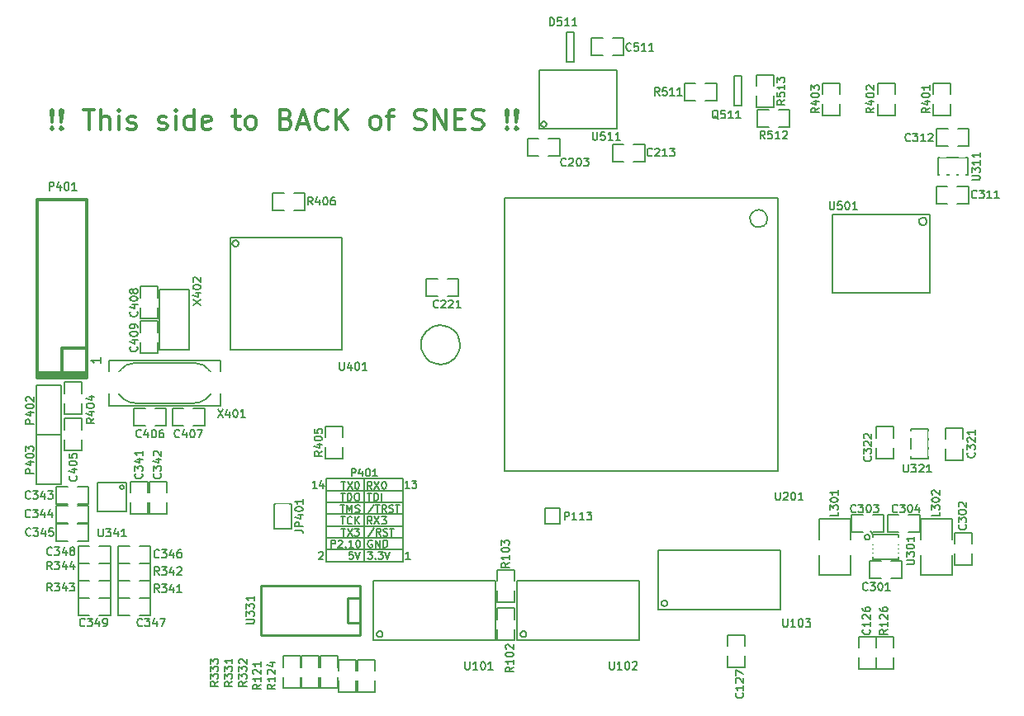
<source format=gto>
G04 (created by PCBNEW-RS274X (2010-12-16 BZR 2663)-testing) date Sun 16 Jan 2011 03:23:07 AM CET*
G01*
G70*
G90*
%MOIN*%
G04 Gerber Fmt 3.4, Leading zero omitted, Abs format*
%FSLAX34Y34*%
G04 APERTURE LIST*
%ADD10C,0.008000*%
%ADD11C,0.005900*%
%ADD12C,0.006000*%
%ADD13C,0.012000*%
%ADD14C,0.007500*%
%ADD15C,0.010000*%
%ADD16C,0.007000*%
%ADD17R,0.019800X0.055200*%
%ADD18R,0.038000X0.028000*%
%ADD19R,0.028000X0.038000*%
%ADD20R,0.067000X0.017800*%
%ADD21R,0.017800X0.067000*%
%ADD22R,0.018000X0.108000*%
%ADD23R,0.108000X0.018000*%
%ADD24R,0.044000X0.044000*%
%ADD25R,0.094600X0.059200*%
%ADD26R,0.068000X0.068000*%
%ADD27C,0.068000*%
%ADD28C,0.047400*%
%ADD29O,0.047400X0.094600*%
%ADD30O,0.019400X0.019400*%
%ADD31R,0.019800X0.047300*%
%ADD32R,0.063000X0.043000*%
%ADD33R,0.043000X0.063000*%
%ADD34C,0.059200*%
%ADD35R,0.047300X0.015900*%
%ADD36R,0.043400X0.015900*%
%ADD37R,0.043400X0.015800*%
%ADD38R,0.047400X0.047400*%
%ADD39R,0.058000X0.046000*%
%ADD40R,0.063000X0.063000*%
%ADD41C,0.063000*%
%ADD42R,0.492900X0.315800*%
%ADD43R,2.363000X0.315800*%
%ADD44R,0.237000X0.197700*%
%ADD45R,0.229100X0.237000*%
%ADD46R,0.118000X0.078000*%
%ADD47C,0.074000*%
%ADD48R,0.224600X0.086700*%
G04 APERTURE END LIST*
G54D10*
G54D11*
X71628Y-43125D02*
X71626Y-43145D01*
X71620Y-43164D01*
X71610Y-43181D01*
X71598Y-43197D01*
X71582Y-43210D01*
X71564Y-43219D01*
X71545Y-43225D01*
X71525Y-43227D01*
X71506Y-43226D01*
X71487Y-43220D01*
X71469Y-43211D01*
X71453Y-43198D01*
X71441Y-43183D01*
X71431Y-43165D01*
X71425Y-43146D01*
X71423Y-43126D01*
X71424Y-43107D01*
X71430Y-43088D01*
X71439Y-43070D01*
X71451Y-43054D01*
X71467Y-43041D01*
X71484Y-43031D01*
X71503Y-43025D01*
X71523Y-43023D01*
X71542Y-43024D01*
X71562Y-43029D01*
X71580Y-43039D01*
X71596Y-43051D01*
X71609Y-43066D01*
X71619Y-43084D01*
X71625Y-43103D01*
X71627Y-43123D01*
X71628Y-43125D01*
G54D12*
X40592Y-35871D02*
X40592Y-36096D01*
X40592Y-35983D02*
X40198Y-35983D01*
X40255Y-36021D01*
X40292Y-36058D01*
X40311Y-36096D01*
X49313Y-41145D02*
X49141Y-41145D01*
X49227Y-41145D02*
X49227Y-40845D01*
X49198Y-40888D01*
X49170Y-40917D01*
X49141Y-40931D01*
X49570Y-40945D02*
X49570Y-41145D01*
X49499Y-40831D02*
X49427Y-41045D01*
X49613Y-41045D01*
X53053Y-41145D02*
X52881Y-41145D01*
X52967Y-41145D02*
X52967Y-40845D01*
X52938Y-40888D01*
X52910Y-40917D01*
X52881Y-40931D01*
X53153Y-40845D02*
X53339Y-40845D01*
X53239Y-40960D01*
X53281Y-40960D01*
X53310Y-40974D01*
X53324Y-40988D01*
X53339Y-41017D01*
X53339Y-41088D01*
X53324Y-41117D01*
X53310Y-41131D01*
X53281Y-41145D01*
X53196Y-41145D01*
X53167Y-41131D01*
X53153Y-41117D01*
X49402Y-43748D02*
X49416Y-43734D01*
X49445Y-43719D01*
X49516Y-43719D01*
X49545Y-43734D01*
X49559Y-43748D01*
X49574Y-43777D01*
X49574Y-43805D01*
X49559Y-43848D01*
X49388Y-44019D01*
X49574Y-44019D01*
X53078Y-44019D02*
X52906Y-44019D01*
X52992Y-44019D02*
X52992Y-43719D01*
X52963Y-43762D01*
X52935Y-43791D01*
X52906Y-43805D01*
G54D11*
X52795Y-41260D02*
X49685Y-41260D01*
X49685Y-41732D02*
X52795Y-41732D01*
X52795Y-42205D02*
X49685Y-42205D01*
X49685Y-42677D02*
X52795Y-42677D01*
X52795Y-43150D02*
X49685Y-43150D01*
X49685Y-43622D02*
X52795Y-43622D01*
X51220Y-44134D02*
X51220Y-40748D01*
X49685Y-44134D02*
X49685Y-40748D01*
X52795Y-44134D02*
X49685Y-44134D01*
X52795Y-40748D02*
X52795Y-44134D01*
X49685Y-40748D02*
X52795Y-40748D01*
G54D12*
X50712Y-40672D02*
X50712Y-40372D01*
X50827Y-40372D01*
X50855Y-40387D01*
X50870Y-40401D01*
X50884Y-40430D01*
X50884Y-40472D01*
X50870Y-40501D01*
X50855Y-40515D01*
X50827Y-40530D01*
X50712Y-40530D01*
X51141Y-40472D02*
X51141Y-40672D01*
X51070Y-40358D02*
X50998Y-40572D01*
X51184Y-40572D01*
X51356Y-40372D02*
X51384Y-40372D01*
X51413Y-40387D01*
X51427Y-40401D01*
X51441Y-40430D01*
X51456Y-40487D01*
X51456Y-40558D01*
X51441Y-40615D01*
X51427Y-40644D01*
X51413Y-40658D01*
X51384Y-40672D01*
X51356Y-40672D01*
X51327Y-40658D01*
X51313Y-40644D01*
X51298Y-40615D01*
X51284Y-40558D01*
X51284Y-40487D01*
X51298Y-40430D01*
X51313Y-40401D01*
X51327Y-40387D01*
X51356Y-40372D01*
X51742Y-40672D02*
X51570Y-40672D01*
X51656Y-40672D02*
X51656Y-40372D01*
X51627Y-40415D01*
X51599Y-40444D01*
X51570Y-40458D01*
X51368Y-43718D02*
X51554Y-43718D01*
X51454Y-43833D01*
X51496Y-43833D01*
X51525Y-43847D01*
X51539Y-43861D01*
X51554Y-43890D01*
X51554Y-43961D01*
X51539Y-43990D01*
X51525Y-44004D01*
X51496Y-44018D01*
X51411Y-44018D01*
X51382Y-44004D01*
X51368Y-43990D01*
X51682Y-43990D02*
X51697Y-44004D01*
X51682Y-44018D01*
X51668Y-44004D01*
X51682Y-43990D01*
X51682Y-44018D01*
X51797Y-43718D02*
X51983Y-43718D01*
X51883Y-43833D01*
X51925Y-43833D01*
X51954Y-43847D01*
X51968Y-43861D01*
X51983Y-43890D01*
X51983Y-43961D01*
X51968Y-43990D01*
X51954Y-44004D01*
X51925Y-44018D01*
X51840Y-44018D01*
X51811Y-44004D01*
X51797Y-43990D01*
X52069Y-43718D02*
X52169Y-44018D01*
X52269Y-43718D01*
X51544Y-43260D02*
X51515Y-43245D01*
X51472Y-43245D01*
X51429Y-43260D01*
X51401Y-43288D01*
X51386Y-43317D01*
X51372Y-43374D01*
X51372Y-43417D01*
X51386Y-43474D01*
X51401Y-43503D01*
X51429Y-43531D01*
X51472Y-43545D01*
X51501Y-43545D01*
X51544Y-43531D01*
X51558Y-43517D01*
X51558Y-43417D01*
X51501Y-43417D01*
X51686Y-43545D02*
X51686Y-43245D01*
X51858Y-43545D01*
X51858Y-43245D01*
X52000Y-43545D02*
X52000Y-43245D01*
X52072Y-43245D01*
X52115Y-43260D01*
X52143Y-43288D01*
X52158Y-43317D01*
X52172Y-43374D01*
X52172Y-43417D01*
X52158Y-43474D01*
X52143Y-43503D01*
X52115Y-43531D01*
X52072Y-43545D01*
X52000Y-43545D01*
X51612Y-42759D02*
X51355Y-43145D01*
X51883Y-43073D02*
X51783Y-42931D01*
X51711Y-43073D02*
X51711Y-42773D01*
X51826Y-42773D01*
X51854Y-42788D01*
X51869Y-42802D01*
X51883Y-42831D01*
X51883Y-42873D01*
X51869Y-42902D01*
X51854Y-42916D01*
X51826Y-42931D01*
X51711Y-42931D01*
X51997Y-43059D02*
X52040Y-43073D01*
X52111Y-43073D01*
X52140Y-43059D01*
X52154Y-43045D01*
X52169Y-43016D01*
X52169Y-42988D01*
X52154Y-42959D01*
X52140Y-42945D01*
X52111Y-42931D01*
X52054Y-42916D01*
X52026Y-42902D01*
X52011Y-42888D01*
X51997Y-42859D01*
X51997Y-42831D01*
X52011Y-42802D01*
X52026Y-42788D01*
X52054Y-42773D01*
X52126Y-42773D01*
X52169Y-42788D01*
X52255Y-42773D02*
X52426Y-42773D01*
X52340Y-43073D02*
X52340Y-42773D01*
X51539Y-42601D02*
X51439Y-42459D01*
X51367Y-42601D02*
X51367Y-42301D01*
X51482Y-42301D01*
X51510Y-42316D01*
X51525Y-42330D01*
X51539Y-42359D01*
X51539Y-42401D01*
X51525Y-42430D01*
X51510Y-42444D01*
X51482Y-42459D01*
X51367Y-42459D01*
X51639Y-42301D02*
X51839Y-42601D01*
X51839Y-42301D02*
X51639Y-42601D01*
X51925Y-42301D02*
X52111Y-42301D01*
X52011Y-42416D01*
X52053Y-42416D01*
X52082Y-42430D01*
X52096Y-42444D01*
X52111Y-42473D01*
X52111Y-42544D01*
X52096Y-42573D01*
X52082Y-42587D01*
X52053Y-42601D01*
X51968Y-42601D01*
X51939Y-42587D01*
X51925Y-42573D01*
X51615Y-41814D02*
X51358Y-42200D01*
X51672Y-41828D02*
X51843Y-41828D01*
X51757Y-42128D02*
X51757Y-41828D01*
X52115Y-42128D02*
X52015Y-41986D01*
X51943Y-42128D02*
X51943Y-41828D01*
X52058Y-41828D01*
X52086Y-41843D01*
X52101Y-41857D01*
X52115Y-41886D01*
X52115Y-41928D01*
X52101Y-41957D01*
X52086Y-41971D01*
X52058Y-41986D01*
X51943Y-41986D01*
X52229Y-42114D02*
X52272Y-42128D01*
X52343Y-42128D01*
X52372Y-42114D01*
X52386Y-42100D01*
X52401Y-42071D01*
X52401Y-42043D01*
X52386Y-42014D01*
X52372Y-42000D01*
X52343Y-41986D01*
X52286Y-41971D01*
X52258Y-41957D01*
X52243Y-41943D01*
X52229Y-41914D01*
X52229Y-41886D01*
X52243Y-41857D01*
X52258Y-41843D01*
X52286Y-41828D01*
X52358Y-41828D01*
X52401Y-41843D01*
X52487Y-41828D02*
X52658Y-41828D01*
X52572Y-42128D02*
X52572Y-41828D01*
X51347Y-41356D02*
X51518Y-41356D01*
X51432Y-41656D02*
X51432Y-41356D01*
X51618Y-41656D02*
X51618Y-41356D01*
X51690Y-41356D01*
X51733Y-41371D01*
X51761Y-41399D01*
X51776Y-41428D01*
X51790Y-41485D01*
X51790Y-41528D01*
X51776Y-41585D01*
X51761Y-41614D01*
X51733Y-41642D01*
X51690Y-41656D01*
X51618Y-41656D01*
X51918Y-41656D02*
X51918Y-41356D01*
X51539Y-41183D02*
X51439Y-41041D01*
X51367Y-41183D02*
X51367Y-40883D01*
X51482Y-40883D01*
X51510Y-40898D01*
X51525Y-40912D01*
X51539Y-40941D01*
X51539Y-40983D01*
X51525Y-41012D01*
X51510Y-41026D01*
X51482Y-41041D01*
X51367Y-41041D01*
X51639Y-40883D02*
X51839Y-41183D01*
X51839Y-40883D02*
X51639Y-41183D01*
X52011Y-40883D02*
X52039Y-40883D01*
X52068Y-40898D01*
X52082Y-40912D01*
X52096Y-40941D01*
X52111Y-40998D01*
X52111Y-41069D01*
X52096Y-41126D01*
X52082Y-41155D01*
X52068Y-41169D01*
X52039Y-41183D01*
X52011Y-41183D01*
X51982Y-41169D01*
X51968Y-41155D01*
X51953Y-41126D01*
X51939Y-41069D01*
X51939Y-40998D01*
X51953Y-40941D01*
X51968Y-40912D01*
X51982Y-40898D01*
X52011Y-40883D01*
X50770Y-43718D02*
X50627Y-43718D01*
X50613Y-43861D01*
X50627Y-43847D01*
X50656Y-43833D01*
X50727Y-43833D01*
X50756Y-43847D01*
X50770Y-43861D01*
X50785Y-43890D01*
X50785Y-43961D01*
X50770Y-43990D01*
X50756Y-44004D01*
X50727Y-44018D01*
X50656Y-44018D01*
X50627Y-44004D01*
X50613Y-43990D01*
X50871Y-43718D02*
X50971Y-44018D01*
X51071Y-43718D01*
X49893Y-43545D02*
X49893Y-43245D01*
X50008Y-43245D01*
X50036Y-43260D01*
X50051Y-43274D01*
X50065Y-43303D01*
X50065Y-43345D01*
X50051Y-43374D01*
X50036Y-43388D01*
X50008Y-43403D01*
X49893Y-43403D01*
X50179Y-43274D02*
X50193Y-43260D01*
X50222Y-43245D01*
X50293Y-43245D01*
X50322Y-43260D01*
X50336Y-43274D01*
X50351Y-43303D01*
X50351Y-43331D01*
X50336Y-43374D01*
X50165Y-43545D01*
X50351Y-43545D01*
X50479Y-43517D02*
X50494Y-43531D01*
X50479Y-43545D01*
X50465Y-43531D01*
X50479Y-43517D01*
X50479Y-43545D01*
X50780Y-43545D02*
X50608Y-43545D01*
X50694Y-43545D02*
X50694Y-43245D01*
X50665Y-43288D01*
X50637Y-43317D01*
X50608Y-43331D01*
X50966Y-43245D02*
X50994Y-43245D01*
X51023Y-43260D01*
X51037Y-43274D01*
X51051Y-43303D01*
X51066Y-43360D01*
X51066Y-43431D01*
X51051Y-43488D01*
X51037Y-43517D01*
X51023Y-43531D01*
X50994Y-43545D01*
X50966Y-43545D01*
X50937Y-43531D01*
X50923Y-43517D01*
X50908Y-43488D01*
X50894Y-43431D01*
X50894Y-43360D01*
X50908Y-43303D01*
X50923Y-43274D01*
X50937Y-43260D01*
X50966Y-43245D01*
X50298Y-42773D02*
X50469Y-42773D01*
X50383Y-43073D02*
X50383Y-42773D01*
X50541Y-42773D02*
X50741Y-43073D01*
X50741Y-42773D02*
X50541Y-43073D01*
X50827Y-42773D02*
X51013Y-42773D01*
X50913Y-42888D01*
X50955Y-42888D01*
X50984Y-42902D01*
X50998Y-42916D01*
X51013Y-42945D01*
X51013Y-43016D01*
X50998Y-43045D01*
X50984Y-43059D01*
X50955Y-43073D01*
X50870Y-43073D01*
X50841Y-43059D01*
X50827Y-43045D01*
X50284Y-42301D02*
X50455Y-42301D01*
X50369Y-42601D02*
X50369Y-42301D01*
X50727Y-42573D02*
X50713Y-42587D01*
X50670Y-42601D01*
X50641Y-42601D01*
X50598Y-42587D01*
X50570Y-42559D01*
X50555Y-42530D01*
X50541Y-42473D01*
X50541Y-42430D01*
X50555Y-42373D01*
X50570Y-42344D01*
X50598Y-42316D01*
X50641Y-42301D01*
X50670Y-42301D01*
X50713Y-42316D01*
X50727Y-42330D01*
X50855Y-42601D02*
X50855Y-42301D01*
X51027Y-42601D02*
X50898Y-42430D01*
X51027Y-42301D02*
X50855Y-42473D01*
X50269Y-41828D02*
X50440Y-41828D01*
X50354Y-42128D02*
X50354Y-41828D01*
X50540Y-42128D02*
X50540Y-41828D01*
X50640Y-42043D01*
X50740Y-41828D01*
X50740Y-42128D01*
X50869Y-42114D02*
X50912Y-42128D01*
X50983Y-42128D01*
X51012Y-42114D01*
X51026Y-42100D01*
X51041Y-42071D01*
X51041Y-42043D01*
X51026Y-42014D01*
X51012Y-42000D01*
X50983Y-41986D01*
X50926Y-41971D01*
X50898Y-41957D01*
X50883Y-41943D01*
X50869Y-41914D01*
X50869Y-41886D01*
X50883Y-41857D01*
X50898Y-41843D01*
X50926Y-41828D01*
X50998Y-41828D01*
X51041Y-41843D01*
X50277Y-41356D02*
X50448Y-41356D01*
X50362Y-41656D02*
X50362Y-41356D01*
X50548Y-41656D02*
X50548Y-41356D01*
X50620Y-41356D01*
X50663Y-41371D01*
X50691Y-41399D01*
X50706Y-41428D01*
X50720Y-41485D01*
X50720Y-41528D01*
X50706Y-41585D01*
X50691Y-41614D01*
X50663Y-41642D01*
X50620Y-41656D01*
X50548Y-41656D01*
X50906Y-41356D02*
X50963Y-41356D01*
X50991Y-41371D01*
X51020Y-41399D01*
X51034Y-41456D01*
X51034Y-41556D01*
X51020Y-41614D01*
X50991Y-41642D01*
X50963Y-41656D01*
X50906Y-41656D01*
X50877Y-41642D01*
X50848Y-41614D01*
X50834Y-41556D01*
X50834Y-41456D01*
X50848Y-41399D01*
X50877Y-41371D01*
X50906Y-41356D01*
X50298Y-40883D02*
X50469Y-40883D01*
X50383Y-41183D02*
X50383Y-40883D01*
X50541Y-40883D02*
X50741Y-41183D01*
X50741Y-40883D02*
X50541Y-41183D01*
X50913Y-40883D02*
X50941Y-40883D01*
X50970Y-40898D01*
X50984Y-40912D01*
X50998Y-40941D01*
X51013Y-40998D01*
X51013Y-41069D01*
X50998Y-41126D01*
X50984Y-41155D01*
X50970Y-41169D01*
X50941Y-41183D01*
X50913Y-41183D01*
X50884Y-41169D01*
X50870Y-41155D01*
X50855Y-41126D01*
X50841Y-41069D01*
X50841Y-40998D01*
X50855Y-40941D01*
X50870Y-40912D01*
X50884Y-40898D01*
X50913Y-40883D01*
G54D13*
X38625Y-26568D02*
X38664Y-26606D01*
X38625Y-26644D01*
X38587Y-26606D01*
X38625Y-26568D01*
X38625Y-26644D01*
X38625Y-26339D02*
X38587Y-25882D01*
X38625Y-25844D01*
X38664Y-25882D01*
X38625Y-26339D01*
X38625Y-25844D01*
X39006Y-26568D02*
X39045Y-26606D01*
X39006Y-26644D01*
X38968Y-26606D01*
X39006Y-26568D01*
X39006Y-26644D01*
X39006Y-26339D02*
X38968Y-25882D01*
X39006Y-25844D01*
X39045Y-25882D01*
X39006Y-26339D01*
X39006Y-25844D01*
X39883Y-25844D02*
X40340Y-25844D01*
X40112Y-26644D02*
X40112Y-25844D01*
X40607Y-26644D02*
X40607Y-25844D01*
X40950Y-26644D02*
X40950Y-26225D01*
X40912Y-26149D01*
X40836Y-26110D01*
X40722Y-26110D01*
X40646Y-26149D01*
X40607Y-26187D01*
X41331Y-26644D02*
X41331Y-26110D01*
X41331Y-25844D02*
X41293Y-25882D01*
X41331Y-25920D01*
X41370Y-25882D01*
X41331Y-25844D01*
X41331Y-25920D01*
X41674Y-26606D02*
X41751Y-26644D01*
X41903Y-26644D01*
X41979Y-26606D01*
X42017Y-26530D01*
X42017Y-26491D01*
X41979Y-26415D01*
X41903Y-26377D01*
X41789Y-26377D01*
X41712Y-26339D01*
X41674Y-26263D01*
X41674Y-26225D01*
X41712Y-26149D01*
X41789Y-26110D01*
X41903Y-26110D01*
X41979Y-26149D01*
X42932Y-26606D02*
X43009Y-26644D01*
X43161Y-26644D01*
X43237Y-26606D01*
X43275Y-26530D01*
X43275Y-26491D01*
X43237Y-26415D01*
X43161Y-26377D01*
X43047Y-26377D01*
X42970Y-26339D01*
X42932Y-26263D01*
X42932Y-26225D01*
X42970Y-26149D01*
X43047Y-26110D01*
X43161Y-26110D01*
X43237Y-26149D01*
X43618Y-26644D02*
X43618Y-26110D01*
X43618Y-25844D02*
X43580Y-25882D01*
X43618Y-25920D01*
X43657Y-25882D01*
X43618Y-25844D01*
X43618Y-25920D01*
X44342Y-26644D02*
X44342Y-25844D01*
X44342Y-26606D02*
X44266Y-26644D01*
X44114Y-26644D01*
X44038Y-26606D01*
X43999Y-26568D01*
X43961Y-26491D01*
X43961Y-26263D01*
X43999Y-26187D01*
X44038Y-26149D01*
X44114Y-26110D01*
X44266Y-26110D01*
X44342Y-26149D01*
X45028Y-26606D02*
X44952Y-26644D01*
X44800Y-26644D01*
X44723Y-26606D01*
X44685Y-26530D01*
X44685Y-26225D01*
X44723Y-26149D01*
X44800Y-26110D01*
X44952Y-26110D01*
X45028Y-26149D01*
X45066Y-26225D01*
X45066Y-26301D01*
X44685Y-26377D01*
X45905Y-26110D02*
X46210Y-26110D01*
X46019Y-25844D02*
X46019Y-26530D01*
X46058Y-26606D01*
X46134Y-26644D01*
X46210Y-26644D01*
X46591Y-26644D02*
X46515Y-26606D01*
X46476Y-26568D01*
X46438Y-26491D01*
X46438Y-26263D01*
X46476Y-26187D01*
X46515Y-26149D01*
X46591Y-26110D01*
X46705Y-26110D01*
X46781Y-26149D01*
X46819Y-26187D01*
X46857Y-26263D01*
X46857Y-26491D01*
X46819Y-26568D01*
X46781Y-26606D01*
X46705Y-26644D01*
X46591Y-26644D01*
X48077Y-26225D02*
X48191Y-26263D01*
X48230Y-26301D01*
X48268Y-26377D01*
X48268Y-26491D01*
X48230Y-26568D01*
X48191Y-26606D01*
X48115Y-26644D01*
X47810Y-26644D01*
X47810Y-25844D01*
X48077Y-25844D01*
X48153Y-25882D01*
X48191Y-25920D01*
X48230Y-25996D01*
X48230Y-26072D01*
X48191Y-26149D01*
X48153Y-26187D01*
X48077Y-26225D01*
X47810Y-26225D01*
X48572Y-26415D02*
X48953Y-26415D01*
X48496Y-26644D02*
X48763Y-25844D01*
X49030Y-26644D01*
X49754Y-26568D02*
X49716Y-26606D01*
X49601Y-26644D01*
X49525Y-26644D01*
X49411Y-26606D01*
X49335Y-26530D01*
X49296Y-26453D01*
X49258Y-26301D01*
X49258Y-26187D01*
X49296Y-26034D01*
X49335Y-25958D01*
X49411Y-25882D01*
X49525Y-25844D01*
X49601Y-25844D01*
X49716Y-25882D01*
X49754Y-25920D01*
X50096Y-26644D02*
X50096Y-25844D01*
X50554Y-26644D02*
X50211Y-26187D01*
X50554Y-25844D02*
X50096Y-26301D01*
X51621Y-26644D02*
X51545Y-26606D01*
X51506Y-26568D01*
X51468Y-26491D01*
X51468Y-26263D01*
X51506Y-26187D01*
X51545Y-26149D01*
X51621Y-26110D01*
X51735Y-26110D01*
X51811Y-26149D01*
X51849Y-26187D01*
X51887Y-26263D01*
X51887Y-26491D01*
X51849Y-26568D01*
X51811Y-26606D01*
X51735Y-26644D01*
X51621Y-26644D01*
X52116Y-26110D02*
X52421Y-26110D01*
X52230Y-26644D02*
X52230Y-25958D01*
X52269Y-25882D01*
X52345Y-25844D01*
X52421Y-25844D01*
X53259Y-26606D02*
X53374Y-26644D01*
X53564Y-26644D01*
X53640Y-26606D01*
X53678Y-26568D01*
X53717Y-26491D01*
X53717Y-26415D01*
X53678Y-26339D01*
X53640Y-26301D01*
X53564Y-26263D01*
X53412Y-26225D01*
X53336Y-26187D01*
X53297Y-26149D01*
X53259Y-26072D01*
X53259Y-25996D01*
X53297Y-25920D01*
X53336Y-25882D01*
X53412Y-25844D01*
X53602Y-25844D01*
X53717Y-25882D01*
X54059Y-26644D02*
X54059Y-25844D01*
X54517Y-26644D01*
X54517Y-25844D01*
X54897Y-26225D02*
X55164Y-26225D01*
X55278Y-26644D02*
X54897Y-26644D01*
X54897Y-25844D01*
X55278Y-25844D01*
X55583Y-26606D02*
X55698Y-26644D01*
X55888Y-26644D01*
X55964Y-26606D01*
X56002Y-26568D01*
X56041Y-26491D01*
X56041Y-26415D01*
X56002Y-26339D01*
X55964Y-26301D01*
X55888Y-26263D01*
X55736Y-26225D01*
X55660Y-26187D01*
X55621Y-26149D01*
X55583Y-26072D01*
X55583Y-25996D01*
X55621Y-25920D01*
X55660Y-25882D01*
X55736Y-25844D01*
X55926Y-25844D01*
X56041Y-25882D01*
X56993Y-26568D02*
X57032Y-26606D01*
X56993Y-26644D01*
X56955Y-26606D01*
X56993Y-26568D01*
X56993Y-26644D01*
X56993Y-26339D02*
X56955Y-25882D01*
X56993Y-25844D01*
X57032Y-25882D01*
X56993Y-26339D01*
X56993Y-25844D01*
X57374Y-26568D02*
X57413Y-26606D01*
X57374Y-26644D01*
X57336Y-26606D01*
X57374Y-26568D01*
X57374Y-26644D01*
X57374Y-26339D02*
X57336Y-25882D01*
X57374Y-25844D01*
X57413Y-25882D01*
X57374Y-26339D01*
X57374Y-25844D01*
G54D10*
X39000Y-35500D02*
X39900Y-35500D01*
X39000Y-36400D02*
X39000Y-35500D01*
G54D14*
X51963Y-47045D02*
X51960Y-47067D01*
X51954Y-47089D01*
X51943Y-47110D01*
X51928Y-47128D01*
X51910Y-47142D01*
X51890Y-47153D01*
X51868Y-47160D01*
X51845Y-47162D01*
X51823Y-47160D01*
X51801Y-47154D01*
X51781Y-47143D01*
X51763Y-47129D01*
X51748Y-47111D01*
X51737Y-47091D01*
X51730Y-47069D01*
X51728Y-47046D01*
X51729Y-47024D01*
X51736Y-47002D01*
X51746Y-46982D01*
X51761Y-46964D01*
X51778Y-46949D01*
X51798Y-46937D01*
X51820Y-46930D01*
X51843Y-46928D01*
X51865Y-46929D01*
X51887Y-46935D01*
X51908Y-46946D01*
X51926Y-46960D01*
X51941Y-46977D01*
X51952Y-46998D01*
X51960Y-47019D01*
X51962Y-47042D01*
X51963Y-47045D01*
X51590Y-44900D02*
X56510Y-44900D01*
X56510Y-44900D02*
X56510Y-47300D01*
X51590Y-47300D02*
X56510Y-47300D01*
X51590Y-44900D02*
X51590Y-47300D01*
X63463Y-45795D02*
X63460Y-45817D01*
X63454Y-45839D01*
X63443Y-45860D01*
X63428Y-45878D01*
X63410Y-45892D01*
X63390Y-45903D01*
X63368Y-45910D01*
X63345Y-45912D01*
X63323Y-45910D01*
X63301Y-45904D01*
X63281Y-45893D01*
X63263Y-45879D01*
X63248Y-45861D01*
X63237Y-45841D01*
X63230Y-45819D01*
X63228Y-45796D01*
X63229Y-45774D01*
X63236Y-45752D01*
X63246Y-45732D01*
X63261Y-45714D01*
X63278Y-45699D01*
X63298Y-45687D01*
X63320Y-45680D01*
X63343Y-45678D01*
X63365Y-45679D01*
X63387Y-45685D01*
X63408Y-45696D01*
X63426Y-45710D01*
X63441Y-45727D01*
X63452Y-45748D01*
X63460Y-45769D01*
X63462Y-45792D01*
X63463Y-45795D01*
X63090Y-43650D02*
X68010Y-43650D01*
X68010Y-43650D02*
X68010Y-46050D01*
X63090Y-46050D02*
X68010Y-46050D01*
X63090Y-43650D02*
X63090Y-46050D01*
X57763Y-47045D02*
X57760Y-47067D01*
X57754Y-47089D01*
X57743Y-47110D01*
X57728Y-47128D01*
X57710Y-47142D01*
X57690Y-47153D01*
X57668Y-47160D01*
X57645Y-47162D01*
X57623Y-47160D01*
X57601Y-47154D01*
X57581Y-47143D01*
X57563Y-47129D01*
X57548Y-47111D01*
X57537Y-47091D01*
X57530Y-47069D01*
X57528Y-47046D01*
X57529Y-47024D01*
X57536Y-47002D01*
X57546Y-46982D01*
X57561Y-46964D01*
X57578Y-46949D01*
X57598Y-46937D01*
X57620Y-46930D01*
X57643Y-46928D01*
X57665Y-46929D01*
X57687Y-46935D01*
X57708Y-46946D01*
X57726Y-46960D01*
X57741Y-46977D01*
X57752Y-46998D01*
X57760Y-47019D01*
X57762Y-47042D01*
X57763Y-47045D01*
X57390Y-44900D02*
X62310Y-44900D01*
X62310Y-44900D02*
X62310Y-47300D01*
X57390Y-47300D02*
X62310Y-47300D01*
X57390Y-44900D02*
X57390Y-47300D01*
X73295Y-38758D02*
X73995Y-38758D01*
X73995Y-38758D02*
X73995Y-39958D01*
X73995Y-39958D02*
X73295Y-39958D01*
X73295Y-39958D02*
X73295Y-38758D01*
X75580Y-27785D02*
X75580Y-28485D01*
X75580Y-28485D02*
X74380Y-28485D01*
X74380Y-28485D02*
X74380Y-27785D01*
X74380Y-27785D02*
X75580Y-27785D01*
X46152Y-31253D02*
X46149Y-31277D01*
X46142Y-31300D01*
X46131Y-31321D01*
X46115Y-31340D01*
X46097Y-31355D01*
X46076Y-31367D01*
X46052Y-31374D01*
X46028Y-31376D01*
X46005Y-31374D01*
X45982Y-31367D01*
X45961Y-31356D01*
X45942Y-31341D01*
X45926Y-31323D01*
X45915Y-31301D01*
X45907Y-31278D01*
X45905Y-31254D01*
X45907Y-31231D01*
X45913Y-31208D01*
X45924Y-31186D01*
X45939Y-31167D01*
X45958Y-31152D01*
X45979Y-31140D01*
X46002Y-31132D01*
X46026Y-31130D01*
X46049Y-31131D01*
X46072Y-31138D01*
X46094Y-31149D01*
X46113Y-31164D01*
X46129Y-31182D01*
X46141Y-31203D01*
X46148Y-31226D01*
X46151Y-31250D01*
X46152Y-31253D01*
X50338Y-31037D02*
X50338Y-35563D01*
X50338Y-35563D02*
X45812Y-35563D01*
X45812Y-31037D02*
X45812Y-35563D01*
X50338Y-31037D02*
X45812Y-31037D01*
X62400Y-29438D02*
X56888Y-29438D01*
X56888Y-29438D02*
X56888Y-34950D01*
X56888Y-34950D02*
X56888Y-40462D01*
X56888Y-40462D02*
X62400Y-40462D01*
X62400Y-40462D02*
X67912Y-40462D01*
X67912Y-40462D02*
X67912Y-34950D01*
X67912Y-34950D02*
X67912Y-29438D01*
X67912Y-29438D02*
X62400Y-29438D01*
X67500Y-30250D02*
X67493Y-30317D01*
X67473Y-30383D01*
X67441Y-30443D01*
X67398Y-30496D01*
X67345Y-30540D01*
X67285Y-30572D01*
X67220Y-30592D01*
X67152Y-30599D01*
X67085Y-30593D01*
X67019Y-30574D01*
X66959Y-30542D01*
X66906Y-30500D01*
X66862Y-30447D01*
X66829Y-30387D01*
X66808Y-30322D01*
X66801Y-30254D01*
X66806Y-30187D01*
X66825Y-30122D01*
X66856Y-30061D01*
X66899Y-30007D01*
X66951Y-29963D01*
X67010Y-29930D01*
X67075Y-29909D01*
X67143Y-29901D01*
X67210Y-29906D01*
X67276Y-29924D01*
X67337Y-29955D01*
X67391Y-29997D01*
X67436Y-30049D01*
X67469Y-30108D01*
X67491Y-30173D01*
X67499Y-30241D01*
X67500Y-30250D01*
X59378Y-23907D02*
X59378Y-22707D01*
X59378Y-22707D02*
X59678Y-22707D01*
X59678Y-22707D02*
X59678Y-23907D01*
X59678Y-23907D02*
X59378Y-23907D01*
X44141Y-33130D02*
X44141Y-35570D01*
X44141Y-35570D02*
X42959Y-35570D01*
X42959Y-35570D02*
X42959Y-33130D01*
X42959Y-33130D02*
X44141Y-33130D01*
X39000Y-39000D02*
X38000Y-39000D01*
X38000Y-39000D02*
X38000Y-37000D01*
X38000Y-37000D02*
X39000Y-37000D01*
X39000Y-37000D02*
X39000Y-39000D01*
X66450Y-24500D02*
X66450Y-25700D01*
X66450Y-25700D02*
X66150Y-25700D01*
X66150Y-25700D02*
X66150Y-24500D01*
X66150Y-24500D02*
X66450Y-24500D01*
X38000Y-39000D02*
X39000Y-39000D01*
X39000Y-39000D02*
X39000Y-41000D01*
X39000Y-41000D02*
X38000Y-41000D01*
X38000Y-41000D02*
X38000Y-39000D01*
X73930Y-30371D02*
X73926Y-30401D01*
X73918Y-30431D01*
X73903Y-30458D01*
X73884Y-30482D01*
X73860Y-30501D01*
X73833Y-30516D01*
X73803Y-30525D01*
X73773Y-30528D01*
X73743Y-30526D01*
X73713Y-30517D01*
X73686Y-30503D01*
X73662Y-30483D01*
X73642Y-30460D01*
X73627Y-30433D01*
X73618Y-30403D01*
X73615Y-30373D01*
X73617Y-30343D01*
X73626Y-30313D01*
X73640Y-30286D01*
X73659Y-30262D01*
X73682Y-30242D01*
X73709Y-30227D01*
X73739Y-30217D01*
X73769Y-30214D01*
X73799Y-30216D01*
X73829Y-30224D01*
X73856Y-30238D01*
X73880Y-30257D01*
X73901Y-30280D01*
X73916Y-30307D01*
X73926Y-30336D01*
X73929Y-30367D01*
X73930Y-30371D01*
X74047Y-33244D02*
X70111Y-33244D01*
X70111Y-33244D02*
X70111Y-30096D01*
X74047Y-30096D02*
X70111Y-30096D01*
X74047Y-33244D02*
X74047Y-30096D01*
X58583Y-26434D02*
X58580Y-26455D01*
X58574Y-26476D01*
X58564Y-26495D01*
X58550Y-26512D01*
X58534Y-26526D01*
X58515Y-26536D01*
X58494Y-26542D01*
X58472Y-26544D01*
X58452Y-26543D01*
X58431Y-26536D01*
X58412Y-26526D01*
X58395Y-26513D01*
X58381Y-26496D01*
X58370Y-26477D01*
X58364Y-26457D01*
X58362Y-26435D01*
X58363Y-26414D01*
X58369Y-26394D01*
X58379Y-26374D01*
X58393Y-26357D01*
X58409Y-26343D01*
X58428Y-26333D01*
X58449Y-26326D01*
X58470Y-26324D01*
X58491Y-26325D01*
X58512Y-26331D01*
X58531Y-26341D01*
X58548Y-26354D01*
X58562Y-26371D01*
X58573Y-26389D01*
X58580Y-26410D01*
X58582Y-26431D01*
X58583Y-26434D01*
X58276Y-24269D02*
X61424Y-24269D01*
X61424Y-24269D02*
X61424Y-26631D01*
X58276Y-26631D02*
X61424Y-26631D01*
X58276Y-24269D02*
X58276Y-26631D01*
X41523Y-41106D02*
X41521Y-41121D01*
X41517Y-41136D01*
X41509Y-41149D01*
X41500Y-41161D01*
X41488Y-41171D01*
X41474Y-41178D01*
X41459Y-41183D01*
X41444Y-41184D01*
X41430Y-41183D01*
X41415Y-41179D01*
X41401Y-41172D01*
X41389Y-41162D01*
X41379Y-41150D01*
X41372Y-41137D01*
X41367Y-41122D01*
X41366Y-41107D01*
X41367Y-41092D01*
X41371Y-41077D01*
X41378Y-41064D01*
X41388Y-41052D01*
X41399Y-41042D01*
X41413Y-41034D01*
X41428Y-41029D01*
X41443Y-41028D01*
X41457Y-41029D01*
X41472Y-41033D01*
X41486Y-41040D01*
X41498Y-41049D01*
X41508Y-41061D01*
X41516Y-41074D01*
X41521Y-41089D01*
X41522Y-41104D01*
X41523Y-41106D01*
X41640Y-42090D02*
X40460Y-42090D01*
X40460Y-42090D02*
X40460Y-40910D01*
X41640Y-40910D02*
X40460Y-40910D01*
X41640Y-42090D02*
X41640Y-40910D01*
G54D13*
X38016Y-36592D02*
X38016Y-36692D01*
X38016Y-36692D02*
X40016Y-36692D01*
X40016Y-36692D02*
X40016Y-36617D01*
X39016Y-36542D02*
X39016Y-35492D01*
X39016Y-35492D02*
X40016Y-35492D01*
X38016Y-36492D02*
X38016Y-36592D01*
X38016Y-36592D02*
X40016Y-36592D01*
X40016Y-36592D02*
X40016Y-36492D01*
X40016Y-36492D02*
X40016Y-29492D01*
X38016Y-36492D02*
X38016Y-29492D01*
X38016Y-29492D02*
X40016Y-29492D01*
X40016Y-36492D02*
X38016Y-36492D01*
G54D14*
X48700Y-48775D02*
X48700Y-49225D01*
X48700Y-47925D02*
X48700Y-48375D01*
X49400Y-49225D02*
X49400Y-48775D01*
X49400Y-47925D02*
X49400Y-48375D01*
X49400Y-49225D02*
X48700Y-49225D01*
X48700Y-47925D02*
X49400Y-47925D01*
X43263Y-41335D02*
X43263Y-40885D01*
X43263Y-42185D02*
X43263Y-41735D01*
X42563Y-40885D02*
X42563Y-41335D01*
X42563Y-42185D02*
X42563Y-41735D01*
X42563Y-40885D02*
X43263Y-40885D01*
X43263Y-42185D02*
X42563Y-42185D01*
X70425Y-25225D02*
X70425Y-24775D01*
X70425Y-26075D02*
X70425Y-25625D01*
X69725Y-24775D02*
X69725Y-25225D01*
X69725Y-26075D02*
X69725Y-25625D01*
X69725Y-24775D02*
X70425Y-24775D01*
X70425Y-26075D02*
X69725Y-26075D01*
X39125Y-39175D02*
X39125Y-39625D01*
X39125Y-38325D02*
X39125Y-38775D01*
X39825Y-39625D02*
X39825Y-39175D01*
X39825Y-38325D02*
X39825Y-38775D01*
X39825Y-39625D02*
X39125Y-39625D01*
X39125Y-38325D02*
X39825Y-38325D01*
X39838Y-37320D02*
X39838Y-36870D01*
X39838Y-38170D02*
X39838Y-37720D01*
X39138Y-36870D02*
X39138Y-37320D01*
X39138Y-38170D02*
X39138Y-37720D01*
X39138Y-36870D02*
X39838Y-36870D01*
X39838Y-38170D02*
X39138Y-38170D01*
X72075Y-44100D02*
X71625Y-44100D01*
X72925Y-44100D02*
X72475Y-44100D01*
X71625Y-44800D02*
X72075Y-44800D01*
X72925Y-44800D02*
X72475Y-44800D01*
X71625Y-44800D02*
X71625Y-44100D01*
X72925Y-44100D02*
X72925Y-44800D01*
X71750Y-42925D02*
X72200Y-42925D01*
X70900Y-42925D02*
X71350Y-42925D01*
X72200Y-42225D02*
X71750Y-42225D01*
X70900Y-42225D02*
X71350Y-42225D01*
X72200Y-42225D02*
X72200Y-42925D01*
X70900Y-42925D02*
X70900Y-42225D01*
X75750Y-43400D02*
X75750Y-42950D01*
X75750Y-44250D02*
X75750Y-43800D01*
X75050Y-42950D02*
X75050Y-43400D01*
X75050Y-44250D02*
X75050Y-43800D01*
X75050Y-42950D02*
X75750Y-42950D01*
X75750Y-44250D02*
X75050Y-44250D01*
X72800Y-42225D02*
X72350Y-42225D01*
X73650Y-42225D02*
X73200Y-42225D01*
X72350Y-42925D02*
X72800Y-42925D01*
X73650Y-42925D02*
X73200Y-42925D01*
X72350Y-42925D02*
X72350Y-42225D01*
X73650Y-42225D02*
X73650Y-42925D01*
X72595Y-39108D02*
X72595Y-38658D01*
X72595Y-39958D02*
X72595Y-39508D01*
X71895Y-38658D02*
X71895Y-39108D01*
X71895Y-39958D02*
X71895Y-39508D01*
X71895Y-38658D02*
X72595Y-38658D01*
X72595Y-39958D02*
X71895Y-39958D01*
X75180Y-27335D02*
X75630Y-27335D01*
X74330Y-27335D02*
X74780Y-27335D01*
X75630Y-26635D02*
X75180Y-26635D01*
X74330Y-26635D02*
X74780Y-26635D01*
X75630Y-26635D02*
X75630Y-27335D01*
X74330Y-27335D02*
X74330Y-26635D01*
X75401Y-39160D02*
X75401Y-38710D01*
X75401Y-40010D02*
X75401Y-39560D01*
X74701Y-38710D02*
X74701Y-39160D01*
X74701Y-40010D02*
X74701Y-39560D01*
X74701Y-38710D02*
X75401Y-38710D01*
X75401Y-40010D02*
X74701Y-40010D01*
X75170Y-29645D02*
X75620Y-29645D01*
X74320Y-29645D02*
X74770Y-29645D01*
X75620Y-28945D02*
X75170Y-28945D01*
X74320Y-28945D02*
X74770Y-28945D01*
X75620Y-28945D02*
X75620Y-29645D01*
X74320Y-29645D02*
X74320Y-28945D01*
X61250Y-23650D02*
X61700Y-23650D01*
X60400Y-23650D02*
X60850Y-23650D01*
X61700Y-22950D02*
X61250Y-22950D01*
X60400Y-22950D02*
X60850Y-22950D01*
X61700Y-22950D02*
X61700Y-23650D01*
X60400Y-23650D02*
X60400Y-22950D01*
X42476Y-41335D02*
X42476Y-40885D01*
X42476Y-42185D02*
X42476Y-41735D01*
X41776Y-40885D02*
X41776Y-41335D01*
X41776Y-42185D02*
X41776Y-41735D01*
X41776Y-40885D02*
X42476Y-40885D01*
X42476Y-42185D02*
X41776Y-42185D01*
X54175Y-32700D02*
X53725Y-32700D01*
X55025Y-32700D02*
X54575Y-32700D01*
X53725Y-33400D02*
X54175Y-33400D01*
X55025Y-33400D02*
X54575Y-33400D01*
X53725Y-33400D02*
X53725Y-32700D01*
X55025Y-32700D02*
X55025Y-33400D01*
X61700Y-27250D02*
X61250Y-27250D01*
X62550Y-27250D02*
X62100Y-27250D01*
X61250Y-27950D02*
X61700Y-27950D01*
X62550Y-27950D02*
X62100Y-27950D01*
X61250Y-27950D02*
X61250Y-27250D01*
X62550Y-27250D02*
X62550Y-27950D01*
X58669Y-27727D02*
X59119Y-27727D01*
X57819Y-27727D02*
X58269Y-27727D01*
X59119Y-27027D02*
X58669Y-27027D01*
X57819Y-27027D02*
X58269Y-27027D01*
X59119Y-27027D02*
X59119Y-27727D01*
X57819Y-27727D02*
X57819Y-27027D01*
X42200Y-33850D02*
X42200Y-34300D01*
X42200Y-33000D02*
X42200Y-33450D01*
X42900Y-34300D02*
X42900Y-33850D01*
X42900Y-33000D02*
X42900Y-33450D01*
X42900Y-34300D02*
X42200Y-34300D01*
X42200Y-33000D02*
X42900Y-33000D01*
X43925Y-37925D02*
X43475Y-37925D01*
X44775Y-37925D02*
X44325Y-37925D01*
X43475Y-38625D02*
X43925Y-38625D01*
X44775Y-38625D02*
X44325Y-38625D01*
X43475Y-38625D02*
X43475Y-37925D01*
X44775Y-37925D02*
X44775Y-38625D01*
X42775Y-38625D02*
X43225Y-38625D01*
X41925Y-38625D02*
X42375Y-38625D01*
X43225Y-37925D02*
X42775Y-37925D01*
X41925Y-37925D02*
X42375Y-37925D01*
X43225Y-37925D02*
X43225Y-38625D01*
X41925Y-38625D02*
X41925Y-37925D01*
X67950Y-26550D02*
X68400Y-26550D01*
X67100Y-26550D02*
X67550Y-26550D01*
X68400Y-25850D02*
X67950Y-25850D01*
X67100Y-25850D02*
X67550Y-25850D01*
X68400Y-25850D02*
X68400Y-26550D01*
X67100Y-26550D02*
X67100Y-25850D01*
X67750Y-24900D02*
X67750Y-24450D01*
X67750Y-25750D02*
X67750Y-25300D01*
X67050Y-24450D02*
X67050Y-24900D01*
X67050Y-25750D02*
X67050Y-25300D01*
X67050Y-24450D02*
X67750Y-24450D01*
X67750Y-25750D02*
X67050Y-25750D01*
X65000Y-25500D02*
X65450Y-25500D01*
X64150Y-25500D02*
X64600Y-25500D01*
X65450Y-24800D02*
X65000Y-24800D01*
X64150Y-24800D02*
X64600Y-24800D01*
X65450Y-24800D02*
X65450Y-25500D01*
X64150Y-25500D02*
X64150Y-24800D01*
X74875Y-25225D02*
X74875Y-24775D01*
X74875Y-26075D02*
X74875Y-25625D01*
X74175Y-24775D02*
X74175Y-25225D01*
X74175Y-26075D02*
X74175Y-25625D01*
X74175Y-24775D02*
X74875Y-24775D01*
X74875Y-26075D02*
X74175Y-26075D01*
X72650Y-25225D02*
X72650Y-24775D01*
X72650Y-26075D02*
X72650Y-25625D01*
X71950Y-24775D02*
X71950Y-25225D01*
X71950Y-26075D02*
X71950Y-25625D01*
X71950Y-24775D02*
X72650Y-24775D01*
X72650Y-26075D02*
X71950Y-26075D01*
X48389Y-29917D02*
X48839Y-29917D01*
X47539Y-29917D02*
X47989Y-29917D01*
X48839Y-29217D02*
X48389Y-29217D01*
X47539Y-29217D02*
X47989Y-29217D01*
X48839Y-29217D02*
X48839Y-29917D01*
X47539Y-29917D02*
X47539Y-29217D01*
X50350Y-39100D02*
X50350Y-38650D01*
X50350Y-39950D02*
X50350Y-39500D01*
X49650Y-38650D02*
X49650Y-39100D01*
X49650Y-39950D02*
X49650Y-39500D01*
X49650Y-38650D02*
X50350Y-38650D01*
X50350Y-39950D02*
X49650Y-39950D01*
X39250Y-41100D02*
X38800Y-41100D01*
X40100Y-41100D02*
X39650Y-41100D01*
X38800Y-41800D02*
X39250Y-41800D01*
X40100Y-41800D02*
X39650Y-41800D01*
X38800Y-41800D02*
X38800Y-41100D01*
X40100Y-41100D02*
X40100Y-41800D01*
X39250Y-41850D02*
X38800Y-41850D01*
X40100Y-41850D02*
X39650Y-41850D01*
X38800Y-42550D02*
X39250Y-42550D01*
X40100Y-42550D02*
X39650Y-42550D01*
X38800Y-42550D02*
X38800Y-41850D01*
X40100Y-41850D02*
X40100Y-42550D01*
X39250Y-42600D02*
X38800Y-42600D01*
X40100Y-42600D02*
X39650Y-42600D01*
X38800Y-43300D02*
X39250Y-43300D01*
X40100Y-43300D02*
X39650Y-43300D01*
X38800Y-43300D02*
X38800Y-42600D01*
X40100Y-42600D02*
X40100Y-43300D01*
X42150Y-46275D02*
X42600Y-46275D01*
X41300Y-46275D02*
X41750Y-46275D01*
X42600Y-45575D02*
X42150Y-45575D01*
X41300Y-45575D02*
X41750Y-45575D01*
X42600Y-45575D02*
X42600Y-46275D01*
X41300Y-46275D02*
X41300Y-45575D01*
X40125Y-44875D02*
X39675Y-44875D01*
X40975Y-44875D02*
X40525Y-44875D01*
X39675Y-45575D02*
X40125Y-45575D01*
X40975Y-45575D02*
X40525Y-45575D01*
X39675Y-45575D02*
X39675Y-44875D01*
X40975Y-44875D02*
X40975Y-45575D01*
X40525Y-44875D02*
X40975Y-44875D01*
X39675Y-44875D02*
X40125Y-44875D01*
X40975Y-44175D02*
X40525Y-44175D01*
X39675Y-44175D02*
X40125Y-44175D01*
X40975Y-44175D02*
X40975Y-44875D01*
X39675Y-44875D02*
X39675Y-44175D01*
X40525Y-44175D02*
X40975Y-44175D01*
X39675Y-44175D02*
X40125Y-44175D01*
X40975Y-43475D02*
X40525Y-43475D01*
X39675Y-43475D02*
X40125Y-43475D01*
X40975Y-43475D02*
X40975Y-44175D01*
X39675Y-44175D02*
X39675Y-43475D01*
X41750Y-43475D02*
X41300Y-43475D01*
X42600Y-43475D02*
X42150Y-43475D01*
X41300Y-44175D02*
X41750Y-44175D01*
X42600Y-44175D02*
X42150Y-44175D01*
X41300Y-44175D02*
X41300Y-43475D01*
X42600Y-43475D02*
X42600Y-44175D01*
X40125Y-45575D02*
X39675Y-45575D01*
X40975Y-45575D02*
X40525Y-45575D01*
X39675Y-46275D02*
X40125Y-46275D01*
X40975Y-46275D02*
X40525Y-46275D01*
X39675Y-46275D02*
X39675Y-45575D01*
X40975Y-45575D02*
X40975Y-46275D01*
X41750Y-44175D02*
X41300Y-44175D01*
X42600Y-44175D02*
X42150Y-44175D01*
X41300Y-44875D02*
X41750Y-44875D01*
X42600Y-44875D02*
X42150Y-44875D01*
X41300Y-44875D02*
X41300Y-44175D01*
X42600Y-44175D02*
X42600Y-44875D01*
X42150Y-45575D02*
X42600Y-45575D01*
X41300Y-45575D02*
X41750Y-45575D01*
X42600Y-44875D02*
X42150Y-44875D01*
X41300Y-44875D02*
X41750Y-44875D01*
X42600Y-44875D02*
X42600Y-45575D01*
X41300Y-45575D02*
X41300Y-44875D01*
X42900Y-34850D02*
X42900Y-34400D01*
X42900Y-35700D02*
X42900Y-35250D01*
X42200Y-34400D02*
X42200Y-34850D01*
X42200Y-35700D02*
X42200Y-35250D01*
X42200Y-34400D02*
X42900Y-34400D01*
X42900Y-35700D02*
X42200Y-35700D01*
X71763Y-43013D02*
X71645Y-42895D01*
X72776Y-43024D02*
X72776Y-44026D01*
X72776Y-44026D02*
X71774Y-44026D01*
X71774Y-43024D02*
X71774Y-44026D01*
X72776Y-43024D02*
X71774Y-43024D01*
X56600Y-46850D02*
X56600Y-47300D01*
X56600Y-46000D02*
X56600Y-46450D01*
X57300Y-47300D02*
X57300Y-46850D01*
X57300Y-46000D02*
X57300Y-46450D01*
X57300Y-47300D02*
X56600Y-47300D01*
X56600Y-46000D02*
X57300Y-46000D01*
X56600Y-45300D02*
X56600Y-45750D01*
X56600Y-44450D02*
X56600Y-44900D01*
X57300Y-45750D02*
X57300Y-45300D01*
X57300Y-44450D02*
X57300Y-44900D01*
X57300Y-45750D02*
X56600Y-45750D01*
X56600Y-44450D02*
X57300Y-44450D01*
X58510Y-41960D02*
X59140Y-41960D01*
X59140Y-41960D02*
X59140Y-42590D01*
X59140Y-42590D02*
X58510Y-42590D01*
X58510Y-42590D02*
X58510Y-41960D01*
X47575Y-41775D02*
X47575Y-42775D01*
X48275Y-42775D02*
X48275Y-41775D01*
X48275Y-42775D02*
X47575Y-42775D01*
X47575Y-41775D02*
X48275Y-41775D01*
G54D15*
X51050Y-46575D02*
X50550Y-46575D01*
X50550Y-46575D02*
X50550Y-45575D01*
X50550Y-45575D02*
X51050Y-45575D01*
X51050Y-47075D02*
X47050Y-47075D01*
X47050Y-47075D02*
X47050Y-45075D01*
X47050Y-45075D02*
X51050Y-45075D01*
X51050Y-45075D02*
X51050Y-47075D01*
G54D14*
X49450Y-48775D02*
X49450Y-49225D01*
X49450Y-47925D02*
X49450Y-48375D01*
X50150Y-49225D02*
X50150Y-48775D01*
X50150Y-47925D02*
X50150Y-48375D01*
X50150Y-49225D02*
X49450Y-49225D01*
X49450Y-47925D02*
X50150Y-47925D01*
X48650Y-48375D02*
X48650Y-47925D01*
X48650Y-49225D02*
X48650Y-48775D01*
X47950Y-47925D02*
X47950Y-48375D01*
X47950Y-49225D02*
X47950Y-48775D01*
X47950Y-47925D02*
X48650Y-47925D01*
X48650Y-49225D02*
X47950Y-49225D01*
X71875Y-48000D02*
X71875Y-48450D01*
X71875Y-47150D02*
X71875Y-47600D01*
X72575Y-48450D02*
X72575Y-48000D01*
X72575Y-47150D02*
X72575Y-47600D01*
X72575Y-48450D02*
X71875Y-48450D01*
X71875Y-47150D02*
X72575Y-47150D01*
X50950Y-48925D02*
X50950Y-49375D01*
X50950Y-48075D02*
X50950Y-48525D01*
X51650Y-49375D02*
X51650Y-48925D01*
X51650Y-48075D02*
X51650Y-48525D01*
X51650Y-49375D02*
X50950Y-49375D01*
X50950Y-48075D02*
X51650Y-48075D01*
X50200Y-48925D02*
X50200Y-49375D01*
X50200Y-48075D02*
X50200Y-48525D01*
X50900Y-49375D02*
X50900Y-48925D01*
X50900Y-48075D02*
X50900Y-48525D01*
X50900Y-49375D02*
X50200Y-49375D01*
X50200Y-48075D02*
X50900Y-48075D01*
X65875Y-47925D02*
X65875Y-48375D01*
X65875Y-47075D02*
X65875Y-47525D01*
X66575Y-48375D02*
X66575Y-47925D01*
X66575Y-47075D02*
X66575Y-47525D01*
X66575Y-48375D02*
X65875Y-48375D01*
X65875Y-47075D02*
X66575Y-47075D01*
X71175Y-48000D02*
X71175Y-48450D01*
X71175Y-47150D02*
X71175Y-47600D01*
X71875Y-48450D02*
X71875Y-48000D01*
X71875Y-47150D02*
X71875Y-47600D01*
X71875Y-48450D02*
X71175Y-48450D01*
X71175Y-47150D02*
X71875Y-47150D01*
X55091Y-35353D02*
X55076Y-35505D01*
X55031Y-35652D01*
X54959Y-35788D01*
X54862Y-35907D01*
X54744Y-36005D01*
X54608Y-36078D01*
X54462Y-36123D01*
X54309Y-36139D01*
X54157Y-36126D01*
X54010Y-36082D01*
X53874Y-36011D01*
X53754Y-35915D01*
X53655Y-35797D01*
X53581Y-35663D01*
X53535Y-35516D01*
X53518Y-35363D01*
X53530Y-35211D01*
X53573Y-35064D01*
X53643Y-34927D01*
X53738Y-34807D01*
X53855Y-34707D01*
X53989Y-34632D01*
X54136Y-34585D01*
X54288Y-34567D01*
X54440Y-34578D01*
X54588Y-34620D01*
X54725Y-34689D01*
X54846Y-34784D01*
X54947Y-34900D01*
X55022Y-35033D01*
X55071Y-35179D01*
X55090Y-35332D01*
X55091Y-35353D01*
G54D10*
X73695Y-42383D02*
X73695Y-43210D01*
X74955Y-42383D02*
X74955Y-43210D01*
X73695Y-42383D02*
X74955Y-42383D01*
X73695Y-43840D02*
X73695Y-44667D01*
X73695Y-44667D02*
X74955Y-44667D01*
X74955Y-44667D02*
X74955Y-43840D01*
X70855Y-44667D02*
X70855Y-43840D01*
X69595Y-44667D02*
X69595Y-43840D01*
X70855Y-44667D02*
X69595Y-44667D01*
X70855Y-43210D02*
X70855Y-42383D01*
X70855Y-42383D02*
X69595Y-42383D01*
X69595Y-42383D02*
X69595Y-43210D01*
X41994Y-37707D02*
X44356Y-37707D01*
X41994Y-36093D02*
X44356Y-36093D01*
X44356Y-37707D02*
X44426Y-37703D01*
X44496Y-37694D01*
X44564Y-37679D01*
X44632Y-37658D01*
X44697Y-37631D01*
X44759Y-37598D01*
X44818Y-37561D01*
X44874Y-37518D01*
X44926Y-37470D01*
X44974Y-37418D01*
X45017Y-37362D01*
X45054Y-37303D01*
X45087Y-37241D01*
X45114Y-37176D01*
X45135Y-37108D01*
X45150Y-37040D01*
X45159Y-36970D01*
X45163Y-36900D01*
X45163Y-36900D02*
X45159Y-36830D01*
X45150Y-36760D01*
X45135Y-36692D01*
X45114Y-36624D01*
X45087Y-36559D01*
X45054Y-36497D01*
X45017Y-36438D01*
X44974Y-36382D01*
X44926Y-36330D01*
X44874Y-36282D01*
X44818Y-36239D01*
X44759Y-36202D01*
X44697Y-36169D01*
X44632Y-36142D01*
X44564Y-36121D01*
X44496Y-36106D01*
X44426Y-36097D01*
X44356Y-36093D01*
X41187Y-36900D02*
X41191Y-36970D01*
X41200Y-37040D01*
X41215Y-37108D01*
X41236Y-37176D01*
X41263Y-37241D01*
X41296Y-37303D01*
X41333Y-37362D01*
X41376Y-37418D01*
X41424Y-37470D01*
X41476Y-37518D01*
X41532Y-37561D01*
X41591Y-37598D01*
X41653Y-37631D01*
X41718Y-37658D01*
X41786Y-37679D01*
X41854Y-37694D01*
X41924Y-37703D01*
X41994Y-37707D01*
X41994Y-36093D02*
X41924Y-36097D01*
X41854Y-36106D01*
X41786Y-36121D01*
X41718Y-36142D01*
X41653Y-36169D01*
X41591Y-36202D01*
X41532Y-36239D01*
X41476Y-36282D01*
X41424Y-36330D01*
X41376Y-36382D01*
X41333Y-36438D01*
X41296Y-36497D01*
X41263Y-36559D01*
X41236Y-36624D01*
X41215Y-36692D01*
X41200Y-36760D01*
X41191Y-36830D01*
X41187Y-36900D01*
X40931Y-35975D02*
X45419Y-35975D01*
X45419Y-35975D02*
X45419Y-37825D01*
X45419Y-37825D02*
X40931Y-37825D01*
X40931Y-37825D02*
X40931Y-35975D01*
G54D16*
X55301Y-48160D02*
X55301Y-48419D01*
X55316Y-48449D01*
X55332Y-48464D01*
X55362Y-48480D01*
X55423Y-48480D01*
X55454Y-48464D01*
X55469Y-48449D01*
X55484Y-48419D01*
X55484Y-48160D01*
X55804Y-48480D02*
X55621Y-48480D01*
X55712Y-48480D02*
X55712Y-48160D01*
X55682Y-48205D01*
X55651Y-48236D01*
X55621Y-48251D01*
X56002Y-48160D02*
X56033Y-48160D01*
X56063Y-48175D01*
X56078Y-48190D01*
X56094Y-48220D01*
X56109Y-48281D01*
X56109Y-48358D01*
X56094Y-48419D01*
X56078Y-48449D01*
X56063Y-48464D01*
X56033Y-48480D01*
X56002Y-48480D01*
X55972Y-48464D01*
X55956Y-48449D01*
X55941Y-48419D01*
X55926Y-48358D01*
X55926Y-48281D01*
X55941Y-48220D01*
X55956Y-48190D01*
X55972Y-48175D01*
X56002Y-48160D01*
X56414Y-48480D02*
X56231Y-48480D01*
X56322Y-48480D02*
X56322Y-48160D01*
X56292Y-48205D01*
X56261Y-48236D01*
X56231Y-48251D01*
X68126Y-46435D02*
X68126Y-46694D01*
X68141Y-46724D01*
X68157Y-46739D01*
X68187Y-46755D01*
X68248Y-46755D01*
X68279Y-46739D01*
X68294Y-46724D01*
X68309Y-46694D01*
X68309Y-46435D01*
X68629Y-46755D02*
X68446Y-46755D01*
X68537Y-46755D02*
X68537Y-46435D01*
X68507Y-46480D01*
X68476Y-46511D01*
X68446Y-46526D01*
X68827Y-46435D02*
X68858Y-46435D01*
X68888Y-46450D01*
X68903Y-46465D01*
X68919Y-46495D01*
X68934Y-46556D01*
X68934Y-46633D01*
X68919Y-46694D01*
X68903Y-46724D01*
X68888Y-46739D01*
X68858Y-46755D01*
X68827Y-46755D01*
X68797Y-46739D01*
X68781Y-46724D01*
X68766Y-46694D01*
X68751Y-46633D01*
X68751Y-46556D01*
X68766Y-46495D01*
X68781Y-46465D01*
X68797Y-46450D01*
X68827Y-46435D01*
X69041Y-46435D02*
X69239Y-46435D01*
X69132Y-46556D01*
X69178Y-46556D01*
X69208Y-46572D01*
X69224Y-46587D01*
X69239Y-46617D01*
X69239Y-46694D01*
X69224Y-46724D01*
X69208Y-46739D01*
X69178Y-46755D01*
X69086Y-46755D01*
X69056Y-46739D01*
X69041Y-46724D01*
X61126Y-48160D02*
X61126Y-48419D01*
X61141Y-48449D01*
X61157Y-48464D01*
X61187Y-48480D01*
X61248Y-48480D01*
X61279Y-48464D01*
X61294Y-48449D01*
X61309Y-48419D01*
X61309Y-48160D01*
X61629Y-48480D02*
X61446Y-48480D01*
X61537Y-48480D02*
X61537Y-48160D01*
X61507Y-48205D01*
X61476Y-48236D01*
X61446Y-48251D01*
X61827Y-48160D02*
X61858Y-48160D01*
X61888Y-48175D01*
X61903Y-48190D01*
X61919Y-48220D01*
X61934Y-48281D01*
X61934Y-48358D01*
X61919Y-48419D01*
X61903Y-48449D01*
X61888Y-48464D01*
X61858Y-48480D01*
X61827Y-48480D01*
X61797Y-48464D01*
X61781Y-48449D01*
X61766Y-48419D01*
X61751Y-48358D01*
X61751Y-48281D01*
X61766Y-48220D01*
X61781Y-48190D01*
X61797Y-48175D01*
X61827Y-48160D01*
X62056Y-48190D02*
X62071Y-48175D01*
X62102Y-48160D01*
X62178Y-48160D01*
X62208Y-48175D01*
X62224Y-48190D01*
X62239Y-48220D01*
X62239Y-48251D01*
X62224Y-48297D01*
X62041Y-48480D01*
X62239Y-48480D01*
X73001Y-40185D02*
X73001Y-40444D01*
X73016Y-40474D01*
X73032Y-40489D01*
X73062Y-40505D01*
X73123Y-40505D01*
X73154Y-40489D01*
X73169Y-40474D01*
X73184Y-40444D01*
X73184Y-40185D01*
X73306Y-40185D02*
X73504Y-40185D01*
X73397Y-40306D01*
X73443Y-40306D01*
X73473Y-40322D01*
X73489Y-40337D01*
X73504Y-40367D01*
X73504Y-40444D01*
X73489Y-40474D01*
X73473Y-40489D01*
X73443Y-40505D01*
X73351Y-40505D01*
X73321Y-40489D01*
X73306Y-40474D01*
X73626Y-40215D02*
X73641Y-40200D01*
X73672Y-40185D01*
X73748Y-40185D01*
X73778Y-40200D01*
X73794Y-40215D01*
X73809Y-40245D01*
X73809Y-40276D01*
X73794Y-40322D01*
X73611Y-40505D01*
X73809Y-40505D01*
X74114Y-40505D02*
X73931Y-40505D01*
X74022Y-40505D02*
X74022Y-40185D01*
X73992Y-40230D01*
X73961Y-40261D01*
X73931Y-40276D01*
X75760Y-28699D02*
X76019Y-28699D01*
X76049Y-28684D01*
X76064Y-28668D01*
X76080Y-28638D01*
X76080Y-28577D01*
X76064Y-28546D01*
X76049Y-28531D01*
X76019Y-28516D01*
X75760Y-28516D01*
X75760Y-28394D02*
X75760Y-28196D01*
X75881Y-28303D01*
X75881Y-28257D01*
X75897Y-28227D01*
X75912Y-28211D01*
X75942Y-28196D01*
X76019Y-28196D01*
X76049Y-28211D01*
X76064Y-28227D01*
X76080Y-28257D01*
X76080Y-28349D01*
X76064Y-28379D01*
X76049Y-28394D01*
X76080Y-27891D02*
X76080Y-28074D01*
X76080Y-27983D02*
X75760Y-27983D01*
X75805Y-28013D01*
X75836Y-28044D01*
X75851Y-28074D01*
X76080Y-27586D02*
X76080Y-27769D01*
X76080Y-27678D02*
X75760Y-27678D01*
X75805Y-27708D01*
X75836Y-27739D01*
X75851Y-27769D01*
X50226Y-36060D02*
X50226Y-36319D01*
X50241Y-36349D01*
X50257Y-36364D01*
X50287Y-36380D01*
X50348Y-36380D01*
X50379Y-36364D01*
X50394Y-36349D01*
X50409Y-36319D01*
X50409Y-36060D01*
X50698Y-36166D02*
X50698Y-36380D01*
X50622Y-36044D02*
X50546Y-36273D01*
X50744Y-36273D01*
X50927Y-36060D02*
X50958Y-36060D01*
X50988Y-36075D01*
X51003Y-36090D01*
X51019Y-36120D01*
X51034Y-36181D01*
X51034Y-36258D01*
X51019Y-36319D01*
X51003Y-36349D01*
X50988Y-36364D01*
X50958Y-36380D01*
X50927Y-36380D01*
X50897Y-36364D01*
X50881Y-36349D01*
X50866Y-36319D01*
X50851Y-36258D01*
X50851Y-36181D01*
X50866Y-36120D01*
X50881Y-36090D01*
X50897Y-36075D01*
X50927Y-36060D01*
X51339Y-36380D02*
X51156Y-36380D01*
X51247Y-36380D02*
X51247Y-36060D01*
X51217Y-36105D01*
X51186Y-36136D01*
X51156Y-36151D01*
X67826Y-41310D02*
X67826Y-41569D01*
X67841Y-41599D01*
X67857Y-41614D01*
X67887Y-41630D01*
X67948Y-41630D01*
X67979Y-41614D01*
X67994Y-41599D01*
X68009Y-41569D01*
X68009Y-41310D01*
X68146Y-41340D02*
X68161Y-41325D01*
X68192Y-41310D01*
X68268Y-41310D01*
X68298Y-41325D01*
X68314Y-41340D01*
X68329Y-41370D01*
X68329Y-41401D01*
X68314Y-41447D01*
X68131Y-41630D01*
X68329Y-41630D01*
X68527Y-41310D02*
X68558Y-41310D01*
X68588Y-41325D01*
X68603Y-41340D01*
X68619Y-41370D01*
X68634Y-41431D01*
X68634Y-41508D01*
X68619Y-41569D01*
X68603Y-41599D01*
X68588Y-41614D01*
X68558Y-41630D01*
X68527Y-41630D01*
X68497Y-41614D01*
X68481Y-41599D01*
X68466Y-41569D01*
X68451Y-41508D01*
X68451Y-41431D01*
X68466Y-41370D01*
X68481Y-41340D01*
X68497Y-41325D01*
X68527Y-41310D01*
X68939Y-41630D02*
X68756Y-41630D01*
X68847Y-41630D02*
X68847Y-41310D01*
X68817Y-41355D01*
X68786Y-41386D01*
X68756Y-41401D01*
X58709Y-22455D02*
X58709Y-22135D01*
X58785Y-22135D01*
X58831Y-22150D01*
X58862Y-22180D01*
X58877Y-22211D01*
X58892Y-22272D01*
X58892Y-22317D01*
X58877Y-22378D01*
X58862Y-22409D01*
X58831Y-22439D01*
X58785Y-22455D01*
X58709Y-22455D01*
X59182Y-22135D02*
X59029Y-22135D01*
X59014Y-22287D01*
X59029Y-22272D01*
X59060Y-22256D01*
X59136Y-22256D01*
X59166Y-22272D01*
X59182Y-22287D01*
X59197Y-22317D01*
X59197Y-22394D01*
X59182Y-22424D01*
X59166Y-22439D01*
X59136Y-22455D01*
X59060Y-22455D01*
X59029Y-22439D01*
X59014Y-22424D01*
X59502Y-22455D02*
X59319Y-22455D01*
X59410Y-22455D02*
X59410Y-22135D01*
X59380Y-22180D01*
X59349Y-22211D01*
X59319Y-22226D01*
X59807Y-22455D02*
X59624Y-22455D01*
X59715Y-22455D02*
X59715Y-22135D01*
X59685Y-22180D01*
X59654Y-22211D01*
X59624Y-22226D01*
X44310Y-33739D02*
X44630Y-33526D01*
X44310Y-33526D02*
X44630Y-33739D01*
X44416Y-33267D02*
X44630Y-33267D01*
X44294Y-33343D02*
X44523Y-33419D01*
X44523Y-33221D01*
X44310Y-33038D02*
X44310Y-33007D01*
X44325Y-32977D01*
X44340Y-32962D01*
X44370Y-32946D01*
X44431Y-32931D01*
X44508Y-32931D01*
X44569Y-32946D01*
X44599Y-32962D01*
X44614Y-32977D01*
X44630Y-33007D01*
X44630Y-33038D01*
X44614Y-33068D01*
X44599Y-33084D01*
X44569Y-33099D01*
X44508Y-33114D01*
X44431Y-33114D01*
X44370Y-33099D01*
X44340Y-33084D01*
X44325Y-33068D01*
X44310Y-33038D01*
X44340Y-32809D02*
X44325Y-32794D01*
X44310Y-32763D01*
X44310Y-32687D01*
X44325Y-32657D01*
X44340Y-32641D01*
X44370Y-32626D01*
X44401Y-32626D01*
X44447Y-32641D01*
X44630Y-32824D01*
X44630Y-32626D01*
X37880Y-38541D02*
X37560Y-38541D01*
X37560Y-38419D01*
X37575Y-38388D01*
X37590Y-38373D01*
X37620Y-38358D01*
X37666Y-38358D01*
X37697Y-38373D01*
X37712Y-38388D01*
X37727Y-38419D01*
X37727Y-38541D01*
X37666Y-38084D02*
X37880Y-38084D01*
X37544Y-38160D02*
X37773Y-38236D01*
X37773Y-38038D01*
X37560Y-37855D02*
X37560Y-37824D01*
X37575Y-37794D01*
X37590Y-37779D01*
X37620Y-37763D01*
X37681Y-37748D01*
X37758Y-37748D01*
X37819Y-37763D01*
X37849Y-37779D01*
X37864Y-37794D01*
X37880Y-37824D01*
X37880Y-37855D01*
X37864Y-37885D01*
X37849Y-37901D01*
X37819Y-37916D01*
X37758Y-37931D01*
X37681Y-37931D01*
X37620Y-37916D01*
X37590Y-37901D01*
X37575Y-37885D01*
X37560Y-37855D01*
X37590Y-37626D02*
X37575Y-37611D01*
X37560Y-37580D01*
X37560Y-37504D01*
X37575Y-37474D01*
X37590Y-37458D01*
X37620Y-37443D01*
X37651Y-37443D01*
X37697Y-37458D01*
X37880Y-37641D01*
X37880Y-37443D01*
X65515Y-26235D02*
X65484Y-26220D01*
X65454Y-26189D01*
X65408Y-26144D01*
X65377Y-26128D01*
X65347Y-26128D01*
X65362Y-26205D02*
X65332Y-26189D01*
X65301Y-26159D01*
X65286Y-26098D01*
X65286Y-25991D01*
X65301Y-25930D01*
X65332Y-25900D01*
X65362Y-25885D01*
X65423Y-25885D01*
X65454Y-25900D01*
X65484Y-25930D01*
X65499Y-25991D01*
X65499Y-26098D01*
X65484Y-26159D01*
X65454Y-26189D01*
X65423Y-26205D01*
X65362Y-26205D01*
X65789Y-25885D02*
X65636Y-25885D01*
X65621Y-26037D01*
X65636Y-26022D01*
X65667Y-26006D01*
X65743Y-26006D01*
X65773Y-26022D01*
X65789Y-26037D01*
X65804Y-26067D01*
X65804Y-26144D01*
X65789Y-26174D01*
X65773Y-26189D01*
X65743Y-26205D01*
X65667Y-26205D01*
X65636Y-26189D01*
X65621Y-26174D01*
X66109Y-26205D02*
X65926Y-26205D01*
X66017Y-26205D02*
X66017Y-25885D01*
X65987Y-25930D01*
X65956Y-25961D01*
X65926Y-25976D01*
X66414Y-26205D02*
X66231Y-26205D01*
X66322Y-26205D02*
X66322Y-25885D01*
X66292Y-25930D01*
X66261Y-25961D01*
X66231Y-25976D01*
X37880Y-40541D02*
X37560Y-40541D01*
X37560Y-40419D01*
X37575Y-40388D01*
X37590Y-40373D01*
X37620Y-40358D01*
X37666Y-40358D01*
X37697Y-40373D01*
X37712Y-40388D01*
X37727Y-40419D01*
X37727Y-40541D01*
X37666Y-40084D02*
X37880Y-40084D01*
X37544Y-40160D02*
X37773Y-40236D01*
X37773Y-40038D01*
X37560Y-39855D02*
X37560Y-39824D01*
X37575Y-39794D01*
X37590Y-39779D01*
X37620Y-39763D01*
X37681Y-39748D01*
X37758Y-39748D01*
X37819Y-39763D01*
X37849Y-39779D01*
X37864Y-39794D01*
X37880Y-39824D01*
X37880Y-39855D01*
X37864Y-39885D01*
X37849Y-39901D01*
X37819Y-39916D01*
X37758Y-39931D01*
X37681Y-39931D01*
X37620Y-39916D01*
X37590Y-39901D01*
X37575Y-39885D01*
X37560Y-39855D01*
X37560Y-39641D02*
X37560Y-39443D01*
X37681Y-39550D01*
X37681Y-39504D01*
X37697Y-39474D01*
X37712Y-39458D01*
X37742Y-39443D01*
X37819Y-39443D01*
X37849Y-39458D01*
X37864Y-39474D01*
X37880Y-39504D01*
X37880Y-39596D01*
X37864Y-39626D01*
X37849Y-39641D01*
X70011Y-29570D02*
X70011Y-29829D01*
X70026Y-29859D01*
X70042Y-29874D01*
X70072Y-29890D01*
X70133Y-29890D01*
X70164Y-29874D01*
X70179Y-29859D01*
X70194Y-29829D01*
X70194Y-29570D01*
X70499Y-29570D02*
X70346Y-29570D01*
X70331Y-29722D01*
X70346Y-29707D01*
X70377Y-29691D01*
X70453Y-29691D01*
X70483Y-29707D01*
X70499Y-29722D01*
X70514Y-29752D01*
X70514Y-29829D01*
X70499Y-29859D01*
X70483Y-29874D01*
X70453Y-29890D01*
X70377Y-29890D01*
X70346Y-29874D01*
X70331Y-29859D01*
X70712Y-29570D02*
X70743Y-29570D01*
X70773Y-29585D01*
X70788Y-29600D01*
X70804Y-29630D01*
X70819Y-29691D01*
X70819Y-29768D01*
X70804Y-29829D01*
X70788Y-29859D01*
X70773Y-29874D01*
X70743Y-29890D01*
X70712Y-29890D01*
X70682Y-29874D01*
X70666Y-29859D01*
X70651Y-29829D01*
X70636Y-29768D01*
X70636Y-29691D01*
X70651Y-29630D01*
X70666Y-29600D01*
X70682Y-29585D01*
X70712Y-29570D01*
X71124Y-29890D02*
X70941Y-29890D01*
X71032Y-29890D02*
X71032Y-29570D01*
X71002Y-29615D01*
X70971Y-29646D01*
X70941Y-29661D01*
X60451Y-26760D02*
X60451Y-27019D01*
X60466Y-27049D01*
X60482Y-27064D01*
X60512Y-27080D01*
X60573Y-27080D01*
X60604Y-27064D01*
X60619Y-27049D01*
X60634Y-27019D01*
X60634Y-26760D01*
X60939Y-26760D02*
X60786Y-26760D01*
X60771Y-26912D01*
X60786Y-26897D01*
X60817Y-26881D01*
X60893Y-26881D01*
X60923Y-26897D01*
X60939Y-26912D01*
X60954Y-26942D01*
X60954Y-27019D01*
X60939Y-27049D01*
X60923Y-27064D01*
X60893Y-27080D01*
X60817Y-27080D01*
X60786Y-27064D01*
X60771Y-27049D01*
X61259Y-27080D02*
X61076Y-27080D01*
X61167Y-27080D02*
X61167Y-26760D01*
X61137Y-26805D01*
X61106Y-26836D01*
X61076Y-26851D01*
X61564Y-27080D02*
X61381Y-27080D01*
X61472Y-27080D02*
X61472Y-26760D01*
X61442Y-26805D01*
X61411Y-26836D01*
X61381Y-26851D01*
X40501Y-42785D02*
X40501Y-43044D01*
X40516Y-43074D01*
X40532Y-43089D01*
X40562Y-43105D01*
X40623Y-43105D01*
X40654Y-43089D01*
X40669Y-43074D01*
X40684Y-43044D01*
X40684Y-42785D01*
X40806Y-42785D02*
X41004Y-42785D01*
X40897Y-42906D01*
X40943Y-42906D01*
X40973Y-42922D01*
X40989Y-42937D01*
X41004Y-42967D01*
X41004Y-43044D01*
X40989Y-43074D01*
X40973Y-43089D01*
X40943Y-43105D01*
X40851Y-43105D01*
X40821Y-43089D01*
X40806Y-43074D01*
X41278Y-42891D02*
X41278Y-43105D01*
X41202Y-42769D02*
X41126Y-42998D01*
X41324Y-42998D01*
X41614Y-43105D02*
X41431Y-43105D01*
X41522Y-43105D02*
X41522Y-42785D01*
X41492Y-42830D01*
X41461Y-42861D01*
X41431Y-42876D01*
X38514Y-29106D02*
X38514Y-28786D01*
X38636Y-28786D01*
X38667Y-28801D01*
X38682Y-28816D01*
X38697Y-28846D01*
X38697Y-28892D01*
X38682Y-28923D01*
X38667Y-28938D01*
X38636Y-28953D01*
X38514Y-28953D01*
X38971Y-28892D02*
X38971Y-29106D01*
X38895Y-28770D02*
X38819Y-28999D01*
X39017Y-28999D01*
X39200Y-28786D02*
X39231Y-28786D01*
X39261Y-28801D01*
X39276Y-28816D01*
X39292Y-28846D01*
X39307Y-28907D01*
X39307Y-28984D01*
X39292Y-29045D01*
X39276Y-29075D01*
X39261Y-29090D01*
X39231Y-29106D01*
X39200Y-29106D01*
X39170Y-29090D01*
X39154Y-29075D01*
X39139Y-29045D01*
X39124Y-28984D01*
X39124Y-28907D01*
X39139Y-28846D01*
X39154Y-28816D01*
X39170Y-28801D01*
X39200Y-28786D01*
X39612Y-29106D02*
X39429Y-29106D01*
X39520Y-29106D02*
X39520Y-28786D01*
X39490Y-28831D01*
X39459Y-28862D01*
X39429Y-28877D01*
X45905Y-48958D02*
X45752Y-49065D01*
X45905Y-49141D02*
X45585Y-49141D01*
X45585Y-49019D01*
X45600Y-48988D01*
X45615Y-48973D01*
X45645Y-48958D01*
X45691Y-48958D01*
X45722Y-48973D01*
X45737Y-48988D01*
X45752Y-49019D01*
X45752Y-49141D01*
X45585Y-48851D02*
X45585Y-48653D01*
X45706Y-48760D01*
X45706Y-48714D01*
X45722Y-48684D01*
X45737Y-48668D01*
X45767Y-48653D01*
X45844Y-48653D01*
X45874Y-48668D01*
X45889Y-48684D01*
X45905Y-48714D01*
X45905Y-48806D01*
X45889Y-48836D01*
X45874Y-48851D01*
X45585Y-48546D02*
X45585Y-48348D01*
X45706Y-48455D01*
X45706Y-48409D01*
X45722Y-48379D01*
X45737Y-48363D01*
X45767Y-48348D01*
X45844Y-48348D01*
X45874Y-48363D01*
X45889Y-48379D01*
X45905Y-48409D01*
X45905Y-48501D01*
X45889Y-48531D01*
X45874Y-48546D01*
X45905Y-48043D02*
X45905Y-48226D01*
X45905Y-48135D02*
X45585Y-48135D01*
X45630Y-48165D01*
X45661Y-48196D01*
X45676Y-48226D01*
X42999Y-40558D02*
X43014Y-40573D01*
X43030Y-40619D01*
X43030Y-40649D01*
X43014Y-40695D01*
X42984Y-40726D01*
X42953Y-40741D01*
X42892Y-40756D01*
X42847Y-40756D01*
X42786Y-40741D01*
X42755Y-40726D01*
X42725Y-40695D01*
X42710Y-40649D01*
X42710Y-40619D01*
X42725Y-40573D01*
X42740Y-40558D01*
X42710Y-40451D02*
X42710Y-40253D01*
X42831Y-40360D01*
X42831Y-40314D01*
X42847Y-40284D01*
X42862Y-40268D01*
X42892Y-40253D01*
X42969Y-40253D01*
X42999Y-40268D01*
X43014Y-40284D01*
X43030Y-40314D01*
X43030Y-40406D01*
X43014Y-40436D01*
X42999Y-40451D01*
X42816Y-39979D02*
X43030Y-39979D01*
X42694Y-40055D02*
X42923Y-40131D01*
X42923Y-39933D01*
X42740Y-39826D02*
X42725Y-39811D01*
X42710Y-39780D01*
X42710Y-39704D01*
X42725Y-39674D01*
X42740Y-39658D01*
X42770Y-39643D01*
X42801Y-39643D01*
X42847Y-39658D01*
X43030Y-39841D01*
X43030Y-39643D01*
X69580Y-25783D02*
X69427Y-25890D01*
X69580Y-25966D02*
X69260Y-25966D01*
X69260Y-25844D01*
X69275Y-25813D01*
X69290Y-25798D01*
X69320Y-25783D01*
X69366Y-25783D01*
X69397Y-25798D01*
X69412Y-25813D01*
X69427Y-25844D01*
X69427Y-25966D01*
X69366Y-25509D02*
X69580Y-25509D01*
X69244Y-25585D02*
X69473Y-25661D01*
X69473Y-25463D01*
X69260Y-25280D02*
X69260Y-25249D01*
X69275Y-25219D01*
X69290Y-25204D01*
X69320Y-25188D01*
X69381Y-25173D01*
X69458Y-25173D01*
X69519Y-25188D01*
X69549Y-25204D01*
X69564Y-25219D01*
X69580Y-25249D01*
X69580Y-25280D01*
X69564Y-25310D01*
X69549Y-25326D01*
X69519Y-25341D01*
X69458Y-25356D01*
X69381Y-25356D01*
X69320Y-25341D01*
X69290Y-25326D01*
X69275Y-25310D01*
X69260Y-25280D01*
X69260Y-25066D02*
X69260Y-24868D01*
X69381Y-24975D01*
X69381Y-24929D01*
X69397Y-24899D01*
X69412Y-24883D01*
X69442Y-24868D01*
X69519Y-24868D01*
X69549Y-24883D01*
X69564Y-24899D01*
X69580Y-24929D01*
X69580Y-25021D01*
X69564Y-25051D01*
X69549Y-25066D01*
X39599Y-40658D02*
X39614Y-40673D01*
X39630Y-40719D01*
X39630Y-40749D01*
X39614Y-40795D01*
X39584Y-40826D01*
X39553Y-40841D01*
X39492Y-40856D01*
X39447Y-40856D01*
X39386Y-40841D01*
X39355Y-40826D01*
X39325Y-40795D01*
X39310Y-40749D01*
X39310Y-40719D01*
X39325Y-40673D01*
X39340Y-40658D01*
X39416Y-40384D02*
X39630Y-40384D01*
X39294Y-40460D02*
X39523Y-40536D01*
X39523Y-40338D01*
X39310Y-40155D02*
X39310Y-40124D01*
X39325Y-40094D01*
X39340Y-40079D01*
X39370Y-40063D01*
X39431Y-40048D01*
X39508Y-40048D01*
X39569Y-40063D01*
X39599Y-40079D01*
X39614Y-40094D01*
X39630Y-40124D01*
X39630Y-40155D01*
X39614Y-40185D01*
X39599Y-40201D01*
X39569Y-40216D01*
X39508Y-40231D01*
X39431Y-40231D01*
X39370Y-40216D01*
X39340Y-40201D01*
X39325Y-40185D01*
X39310Y-40155D01*
X39310Y-39758D02*
X39310Y-39911D01*
X39462Y-39926D01*
X39447Y-39911D01*
X39431Y-39880D01*
X39431Y-39804D01*
X39447Y-39774D01*
X39462Y-39758D01*
X39492Y-39743D01*
X39569Y-39743D01*
X39599Y-39758D01*
X39614Y-39774D01*
X39630Y-39804D01*
X39630Y-39880D01*
X39614Y-39911D01*
X39599Y-39926D01*
X40330Y-38333D02*
X40177Y-38440D01*
X40330Y-38516D02*
X40010Y-38516D01*
X40010Y-38394D01*
X40025Y-38363D01*
X40040Y-38348D01*
X40070Y-38333D01*
X40116Y-38333D01*
X40147Y-38348D01*
X40162Y-38363D01*
X40177Y-38394D01*
X40177Y-38516D01*
X40116Y-38059D02*
X40330Y-38059D01*
X39994Y-38135D02*
X40223Y-38211D01*
X40223Y-38013D01*
X40010Y-37830D02*
X40010Y-37799D01*
X40025Y-37769D01*
X40040Y-37754D01*
X40070Y-37738D01*
X40131Y-37723D01*
X40208Y-37723D01*
X40269Y-37738D01*
X40299Y-37754D01*
X40314Y-37769D01*
X40330Y-37799D01*
X40330Y-37830D01*
X40314Y-37860D01*
X40299Y-37876D01*
X40269Y-37891D01*
X40208Y-37906D01*
X40131Y-37906D01*
X40070Y-37891D01*
X40040Y-37876D01*
X40025Y-37860D01*
X40010Y-37830D01*
X40116Y-37449D02*
X40330Y-37449D01*
X39994Y-37525D02*
X40223Y-37601D01*
X40223Y-37403D01*
X71542Y-45249D02*
X71527Y-45264D01*
X71481Y-45280D01*
X71451Y-45280D01*
X71405Y-45264D01*
X71374Y-45234D01*
X71359Y-45203D01*
X71344Y-45142D01*
X71344Y-45097D01*
X71359Y-45036D01*
X71374Y-45005D01*
X71405Y-44975D01*
X71451Y-44960D01*
X71481Y-44960D01*
X71527Y-44975D01*
X71542Y-44990D01*
X71649Y-44960D02*
X71847Y-44960D01*
X71740Y-45081D01*
X71786Y-45081D01*
X71816Y-45097D01*
X71832Y-45112D01*
X71847Y-45142D01*
X71847Y-45219D01*
X71832Y-45249D01*
X71816Y-45264D01*
X71786Y-45280D01*
X71694Y-45280D01*
X71664Y-45264D01*
X71649Y-45249D01*
X72045Y-44960D02*
X72076Y-44960D01*
X72106Y-44975D01*
X72121Y-44990D01*
X72137Y-45020D01*
X72152Y-45081D01*
X72152Y-45158D01*
X72137Y-45219D01*
X72121Y-45249D01*
X72106Y-45264D01*
X72076Y-45280D01*
X72045Y-45280D01*
X72015Y-45264D01*
X71999Y-45249D01*
X71984Y-45219D01*
X71969Y-45158D01*
X71969Y-45081D01*
X71984Y-45020D01*
X71999Y-44990D01*
X72015Y-44975D01*
X72045Y-44960D01*
X72457Y-45280D02*
X72274Y-45280D01*
X72365Y-45280D02*
X72365Y-44960D01*
X72335Y-45005D01*
X72304Y-45036D01*
X72274Y-45051D01*
X71067Y-42099D02*
X71052Y-42114D01*
X71006Y-42130D01*
X70976Y-42130D01*
X70930Y-42114D01*
X70899Y-42084D01*
X70884Y-42053D01*
X70869Y-41992D01*
X70869Y-41947D01*
X70884Y-41886D01*
X70899Y-41855D01*
X70930Y-41825D01*
X70976Y-41810D01*
X71006Y-41810D01*
X71052Y-41825D01*
X71067Y-41840D01*
X71174Y-41810D02*
X71372Y-41810D01*
X71265Y-41931D01*
X71311Y-41931D01*
X71341Y-41947D01*
X71357Y-41962D01*
X71372Y-41992D01*
X71372Y-42069D01*
X71357Y-42099D01*
X71341Y-42114D01*
X71311Y-42130D01*
X71219Y-42130D01*
X71189Y-42114D01*
X71174Y-42099D01*
X71570Y-41810D02*
X71601Y-41810D01*
X71631Y-41825D01*
X71646Y-41840D01*
X71662Y-41870D01*
X71677Y-41931D01*
X71677Y-42008D01*
X71662Y-42069D01*
X71646Y-42099D01*
X71631Y-42114D01*
X71601Y-42130D01*
X71570Y-42130D01*
X71540Y-42114D01*
X71524Y-42099D01*
X71509Y-42069D01*
X71494Y-42008D01*
X71494Y-41931D01*
X71509Y-41870D01*
X71524Y-41840D01*
X71540Y-41825D01*
X71570Y-41810D01*
X71784Y-41810D02*
X71982Y-41810D01*
X71875Y-41931D01*
X71921Y-41931D01*
X71951Y-41947D01*
X71967Y-41962D01*
X71982Y-41992D01*
X71982Y-42069D01*
X71967Y-42099D01*
X71951Y-42114D01*
X71921Y-42130D01*
X71829Y-42130D01*
X71799Y-42114D01*
X71784Y-42099D01*
X75499Y-42633D02*
X75514Y-42648D01*
X75530Y-42694D01*
X75530Y-42724D01*
X75514Y-42770D01*
X75484Y-42801D01*
X75453Y-42816D01*
X75392Y-42831D01*
X75347Y-42831D01*
X75286Y-42816D01*
X75255Y-42801D01*
X75225Y-42770D01*
X75210Y-42724D01*
X75210Y-42694D01*
X75225Y-42648D01*
X75240Y-42633D01*
X75210Y-42526D02*
X75210Y-42328D01*
X75331Y-42435D01*
X75331Y-42389D01*
X75347Y-42359D01*
X75362Y-42343D01*
X75392Y-42328D01*
X75469Y-42328D01*
X75499Y-42343D01*
X75514Y-42359D01*
X75530Y-42389D01*
X75530Y-42481D01*
X75514Y-42511D01*
X75499Y-42526D01*
X75210Y-42130D02*
X75210Y-42099D01*
X75225Y-42069D01*
X75240Y-42054D01*
X75270Y-42038D01*
X75331Y-42023D01*
X75408Y-42023D01*
X75469Y-42038D01*
X75499Y-42054D01*
X75514Y-42069D01*
X75530Y-42099D01*
X75530Y-42130D01*
X75514Y-42160D01*
X75499Y-42176D01*
X75469Y-42191D01*
X75408Y-42206D01*
X75331Y-42206D01*
X75270Y-42191D01*
X75240Y-42176D01*
X75225Y-42160D01*
X75210Y-42130D01*
X75240Y-41901D02*
X75225Y-41886D01*
X75210Y-41855D01*
X75210Y-41779D01*
X75225Y-41749D01*
X75240Y-41733D01*
X75270Y-41718D01*
X75301Y-41718D01*
X75347Y-41733D01*
X75530Y-41916D01*
X75530Y-41718D01*
X72742Y-42099D02*
X72727Y-42114D01*
X72681Y-42130D01*
X72651Y-42130D01*
X72605Y-42114D01*
X72574Y-42084D01*
X72559Y-42053D01*
X72544Y-41992D01*
X72544Y-41947D01*
X72559Y-41886D01*
X72574Y-41855D01*
X72605Y-41825D01*
X72651Y-41810D01*
X72681Y-41810D01*
X72727Y-41825D01*
X72742Y-41840D01*
X72849Y-41810D02*
X73047Y-41810D01*
X72940Y-41931D01*
X72986Y-41931D01*
X73016Y-41947D01*
X73032Y-41962D01*
X73047Y-41992D01*
X73047Y-42069D01*
X73032Y-42099D01*
X73016Y-42114D01*
X72986Y-42130D01*
X72894Y-42130D01*
X72864Y-42114D01*
X72849Y-42099D01*
X73245Y-41810D02*
X73276Y-41810D01*
X73306Y-41825D01*
X73321Y-41840D01*
X73337Y-41870D01*
X73352Y-41931D01*
X73352Y-42008D01*
X73337Y-42069D01*
X73321Y-42099D01*
X73306Y-42114D01*
X73276Y-42130D01*
X73245Y-42130D01*
X73215Y-42114D01*
X73199Y-42099D01*
X73184Y-42069D01*
X73169Y-42008D01*
X73169Y-41931D01*
X73184Y-41870D01*
X73199Y-41840D01*
X73215Y-41825D01*
X73245Y-41810D01*
X73626Y-41916D02*
X73626Y-42130D01*
X73550Y-41794D02*
X73474Y-42023D01*
X73672Y-42023D01*
X71674Y-39858D02*
X71689Y-39873D01*
X71705Y-39919D01*
X71705Y-39949D01*
X71689Y-39995D01*
X71659Y-40026D01*
X71628Y-40041D01*
X71567Y-40056D01*
X71522Y-40056D01*
X71461Y-40041D01*
X71430Y-40026D01*
X71400Y-39995D01*
X71385Y-39949D01*
X71385Y-39919D01*
X71400Y-39873D01*
X71415Y-39858D01*
X71385Y-39751D02*
X71385Y-39553D01*
X71506Y-39660D01*
X71506Y-39614D01*
X71522Y-39584D01*
X71537Y-39568D01*
X71567Y-39553D01*
X71644Y-39553D01*
X71674Y-39568D01*
X71689Y-39584D01*
X71705Y-39614D01*
X71705Y-39706D01*
X71689Y-39736D01*
X71674Y-39751D01*
X71415Y-39431D02*
X71400Y-39416D01*
X71385Y-39385D01*
X71385Y-39309D01*
X71400Y-39279D01*
X71415Y-39263D01*
X71445Y-39248D01*
X71476Y-39248D01*
X71522Y-39263D01*
X71705Y-39446D01*
X71705Y-39248D01*
X71415Y-39126D02*
X71400Y-39111D01*
X71385Y-39080D01*
X71385Y-39004D01*
X71400Y-38974D01*
X71415Y-38958D01*
X71445Y-38943D01*
X71476Y-38943D01*
X71522Y-38958D01*
X71705Y-39141D01*
X71705Y-38943D01*
X73267Y-27099D02*
X73252Y-27114D01*
X73206Y-27130D01*
X73176Y-27130D01*
X73130Y-27114D01*
X73099Y-27084D01*
X73084Y-27053D01*
X73069Y-26992D01*
X73069Y-26947D01*
X73084Y-26886D01*
X73099Y-26855D01*
X73130Y-26825D01*
X73176Y-26810D01*
X73206Y-26810D01*
X73252Y-26825D01*
X73267Y-26840D01*
X73374Y-26810D02*
X73572Y-26810D01*
X73465Y-26931D01*
X73511Y-26931D01*
X73541Y-26947D01*
X73557Y-26962D01*
X73572Y-26992D01*
X73572Y-27069D01*
X73557Y-27099D01*
X73541Y-27114D01*
X73511Y-27130D01*
X73419Y-27130D01*
X73389Y-27114D01*
X73374Y-27099D01*
X73877Y-27130D02*
X73694Y-27130D01*
X73785Y-27130D02*
X73785Y-26810D01*
X73755Y-26855D01*
X73724Y-26886D01*
X73694Y-26901D01*
X73999Y-26840D02*
X74014Y-26825D01*
X74045Y-26810D01*
X74121Y-26810D01*
X74151Y-26825D01*
X74167Y-26840D01*
X74182Y-26870D01*
X74182Y-26901D01*
X74167Y-26947D01*
X73984Y-27130D01*
X74182Y-27130D01*
X75849Y-39708D02*
X75864Y-39723D01*
X75880Y-39769D01*
X75880Y-39799D01*
X75864Y-39845D01*
X75834Y-39876D01*
X75803Y-39891D01*
X75742Y-39906D01*
X75697Y-39906D01*
X75636Y-39891D01*
X75605Y-39876D01*
X75575Y-39845D01*
X75560Y-39799D01*
X75560Y-39769D01*
X75575Y-39723D01*
X75590Y-39708D01*
X75560Y-39601D02*
X75560Y-39403D01*
X75681Y-39510D01*
X75681Y-39464D01*
X75697Y-39434D01*
X75712Y-39418D01*
X75742Y-39403D01*
X75819Y-39403D01*
X75849Y-39418D01*
X75864Y-39434D01*
X75880Y-39464D01*
X75880Y-39556D01*
X75864Y-39586D01*
X75849Y-39601D01*
X75590Y-39281D02*
X75575Y-39266D01*
X75560Y-39235D01*
X75560Y-39159D01*
X75575Y-39129D01*
X75590Y-39113D01*
X75620Y-39098D01*
X75651Y-39098D01*
X75697Y-39113D01*
X75880Y-39296D01*
X75880Y-39098D01*
X75880Y-38793D02*
X75880Y-38976D01*
X75880Y-38885D02*
X75560Y-38885D01*
X75605Y-38915D01*
X75636Y-38946D01*
X75651Y-38976D01*
X75942Y-29399D02*
X75927Y-29414D01*
X75881Y-29430D01*
X75851Y-29430D01*
X75805Y-29414D01*
X75774Y-29384D01*
X75759Y-29353D01*
X75744Y-29292D01*
X75744Y-29247D01*
X75759Y-29186D01*
X75774Y-29155D01*
X75805Y-29125D01*
X75851Y-29110D01*
X75881Y-29110D01*
X75927Y-29125D01*
X75942Y-29140D01*
X76049Y-29110D02*
X76247Y-29110D01*
X76140Y-29231D01*
X76186Y-29231D01*
X76216Y-29247D01*
X76232Y-29262D01*
X76247Y-29292D01*
X76247Y-29369D01*
X76232Y-29399D01*
X76216Y-29414D01*
X76186Y-29430D01*
X76094Y-29430D01*
X76064Y-29414D01*
X76049Y-29399D01*
X76552Y-29430D02*
X76369Y-29430D01*
X76460Y-29430D02*
X76460Y-29110D01*
X76430Y-29155D01*
X76399Y-29186D01*
X76369Y-29201D01*
X76857Y-29430D02*
X76674Y-29430D01*
X76765Y-29430D02*
X76765Y-29110D01*
X76735Y-29155D01*
X76704Y-29186D01*
X76674Y-29201D01*
X61992Y-23449D02*
X61977Y-23464D01*
X61931Y-23480D01*
X61901Y-23480D01*
X61855Y-23464D01*
X61824Y-23434D01*
X61809Y-23403D01*
X61794Y-23342D01*
X61794Y-23297D01*
X61809Y-23236D01*
X61824Y-23205D01*
X61855Y-23175D01*
X61901Y-23160D01*
X61931Y-23160D01*
X61977Y-23175D01*
X61992Y-23190D01*
X62282Y-23160D02*
X62129Y-23160D01*
X62114Y-23312D01*
X62129Y-23297D01*
X62160Y-23281D01*
X62236Y-23281D01*
X62266Y-23297D01*
X62282Y-23312D01*
X62297Y-23342D01*
X62297Y-23419D01*
X62282Y-23449D01*
X62266Y-23464D01*
X62236Y-23480D01*
X62160Y-23480D01*
X62129Y-23464D01*
X62114Y-23449D01*
X62602Y-23480D02*
X62419Y-23480D01*
X62510Y-23480D02*
X62510Y-23160D01*
X62480Y-23205D01*
X62449Y-23236D01*
X62419Y-23251D01*
X62907Y-23480D02*
X62724Y-23480D01*
X62815Y-23480D02*
X62815Y-23160D01*
X62785Y-23205D01*
X62754Y-23236D01*
X62724Y-23251D01*
X42249Y-40558D02*
X42264Y-40573D01*
X42280Y-40619D01*
X42280Y-40649D01*
X42264Y-40695D01*
X42234Y-40726D01*
X42203Y-40741D01*
X42142Y-40756D01*
X42097Y-40756D01*
X42036Y-40741D01*
X42005Y-40726D01*
X41975Y-40695D01*
X41960Y-40649D01*
X41960Y-40619D01*
X41975Y-40573D01*
X41990Y-40558D01*
X41960Y-40451D02*
X41960Y-40253D01*
X42081Y-40360D01*
X42081Y-40314D01*
X42097Y-40284D01*
X42112Y-40268D01*
X42142Y-40253D01*
X42219Y-40253D01*
X42249Y-40268D01*
X42264Y-40284D01*
X42280Y-40314D01*
X42280Y-40406D01*
X42264Y-40436D01*
X42249Y-40451D01*
X42066Y-39979D02*
X42280Y-39979D01*
X41944Y-40055D02*
X42173Y-40131D01*
X42173Y-39933D01*
X42280Y-39643D02*
X42280Y-39826D01*
X42280Y-39735D02*
X41960Y-39735D01*
X42005Y-39765D01*
X42036Y-39796D01*
X42051Y-39826D01*
X54212Y-33834D02*
X54197Y-33849D01*
X54151Y-33865D01*
X54121Y-33865D01*
X54075Y-33849D01*
X54044Y-33819D01*
X54029Y-33788D01*
X54014Y-33727D01*
X54014Y-33682D01*
X54029Y-33621D01*
X54044Y-33590D01*
X54075Y-33560D01*
X54121Y-33545D01*
X54151Y-33545D01*
X54197Y-33560D01*
X54212Y-33575D01*
X54334Y-33575D02*
X54349Y-33560D01*
X54380Y-33545D01*
X54456Y-33545D01*
X54486Y-33560D01*
X54502Y-33575D01*
X54517Y-33605D01*
X54517Y-33636D01*
X54502Y-33682D01*
X54319Y-33865D01*
X54517Y-33865D01*
X54639Y-33575D02*
X54654Y-33560D01*
X54685Y-33545D01*
X54761Y-33545D01*
X54791Y-33560D01*
X54807Y-33575D01*
X54822Y-33605D01*
X54822Y-33636D01*
X54807Y-33682D01*
X54624Y-33865D01*
X54822Y-33865D01*
X55127Y-33865D02*
X54944Y-33865D01*
X55035Y-33865D02*
X55035Y-33545D01*
X55005Y-33590D01*
X54974Y-33621D01*
X54944Y-33636D01*
X62842Y-27699D02*
X62827Y-27714D01*
X62781Y-27730D01*
X62751Y-27730D01*
X62705Y-27714D01*
X62674Y-27684D01*
X62659Y-27653D01*
X62644Y-27592D01*
X62644Y-27547D01*
X62659Y-27486D01*
X62674Y-27455D01*
X62705Y-27425D01*
X62751Y-27410D01*
X62781Y-27410D01*
X62827Y-27425D01*
X62842Y-27440D01*
X62964Y-27440D02*
X62979Y-27425D01*
X63010Y-27410D01*
X63086Y-27410D01*
X63116Y-27425D01*
X63132Y-27440D01*
X63147Y-27470D01*
X63147Y-27501D01*
X63132Y-27547D01*
X62949Y-27730D01*
X63147Y-27730D01*
X63452Y-27730D02*
X63269Y-27730D01*
X63360Y-27730D02*
X63360Y-27410D01*
X63330Y-27455D01*
X63299Y-27486D01*
X63269Y-27501D01*
X63559Y-27410D02*
X63757Y-27410D01*
X63650Y-27531D01*
X63696Y-27531D01*
X63726Y-27547D01*
X63742Y-27562D01*
X63757Y-27592D01*
X63757Y-27669D01*
X63742Y-27699D01*
X63726Y-27714D01*
X63696Y-27730D01*
X63604Y-27730D01*
X63574Y-27714D01*
X63559Y-27699D01*
X59367Y-28099D02*
X59352Y-28114D01*
X59306Y-28130D01*
X59276Y-28130D01*
X59230Y-28114D01*
X59199Y-28084D01*
X59184Y-28053D01*
X59169Y-27992D01*
X59169Y-27947D01*
X59184Y-27886D01*
X59199Y-27855D01*
X59230Y-27825D01*
X59276Y-27810D01*
X59306Y-27810D01*
X59352Y-27825D01*
X59367Y-27840D01*
X59489Y-27840D02*
X59504Y-27825D01*
X59535Y-27810D01*
X59611Y-27810D01*
X59641Y-27825D01*
X59657Y-27840D01*
X59672Y-27870D01*
X59672Y-27901D01*
X59657Y-27947D01*
X59474Y-28130D01*
X59672Y-28130D01*
X59870Y-27810D02*
X59901Y-27810D01*
X59931Y-27825D01*
X59946Y-27840D01*
X59962Y-27870D01*
X59977Y-27931D01*
X59977Y-28008D01*
X59962Y-28069D01*
X59946Y-28099D01*
X59931Y-28114D01*
X59901Y-28130D01*
X59870Y-28130D01*
X59840Y-28114D01*
X59824Y-28099D01*
X59809Y-28069D01*
X59794Y-28008D01*
X59794Y-27931D01*
X59809Y-27870D01*
X59824Y-27840D01*
X59840Y-27825D01*
X59870Y-27810D01*
X60084Y-27810D02*
X60282Y-27810D01*
X60175Y-27931D01*
X60221Y-27931D01*
X60251Y-27947D01*
X60267Y-27962D01*
X60282Y-27992D01*
X60282Y-28069D01*
X60267Y-28099D01*
X60251Y-28114D01*
X60221Y-28130D01*
X60129Y-28130D01*
X60099Y-28114D01*
X60084Y-28099D01*
X42049Y-34008D02*
X42064Y-34023D01*
X42080Y-34069D01*
X42080Y-34099D01*
X42064Y-34145D01*
X42034Y-34176D01*
X42003Y-34191D01*
X41942Y-34206D01*
X41897Y-34206D01*
X41836Y-34191D01*
X41805Y-34176D01*
X41775Y-34145D01*
X41760Y-34099D01*
X41760Y-34069D01*
X41775Y-34023D01*
X41790Y-34008D01*
X41866Y-33734D02*
X42080Y-33734D01*
X41744Y-33810D02*
X41973Y-33886D01*
X41973Y-33688D01*
X41760Y-33505D02*
X41760Y-33474D01*
X41775Y-33444D01*
X41790Y-33429D01*
X41820Y-33413D01*
X41881Y-33398D01*
X41958Y-33398D01*
X42019Y-33413D01*
X42049Y-33429D01*
X42064Y-33444D01*
X42080Y-33474D01*
X42080Y-33505D01*
X42064Y-33535D01*
X42049Y-33551D01*
X42019Y-33566D01*
X41958Y-33581D01*
X41881Y-33581D01*
X41820Y-33566D01*
X41790Y-33551D01*
X41775Y-33535D01*
X41760Y-33505D01*
X41897Y-33215D02*
X41881Y-33246D01*
X41866Y-33261D01*
X41836Y-33276D01*
X41820Y-33276D01*
X41790Y-33261D01*
X41775Y-33246D01*
X41760Y-33215D01*
X41760Y-33154D01*
X41775Y-33124D01*
X41790Y-33108D01*
X41820Y-33093D01*
X41836Y-33093D01*
X41866Y-33108D01*
X41881Y-33124D01*
X41897Y-33154D01*
X41897Y-33215D01*
X41912Y-33246D01*
X41927Y-33261D01*
X41958Y-33276D01*
X42019Y-33276D01*
X42049Y-33261D01*
X42064Y-33246D01*
X42080Y-33215D01*
X42080Y-33154D01*
X42064Y-33124D01*
X42049Y-33108D01*
X42019Y-33093D01*
X41958Y-33093D01*
X41927Y-33108D01*
X41912Y-33124D01*
X41897Y-33154D01*
X43767Y-39074D02*
X43752Y-39089D01*
X43706Y-39105D01*
X43676Y-39105D01*
X43630Y-39089D01*
X43599Y-39059D01*
X43584Y-39028D01*
X43569Y-38967D01*
X43569Y-38922D01*
X43584Y-38861D01*
X43599Y-38830D01*
X43630Y-38800D01*
X43676Y-38785D01*
X43706Y-38785D01*
X43752Y-38800D01*
X43767Y-38815D01*
X44041Y-38891D02*
X44041Y-39105D01*
X43965Y-38769D02*
X43889Y-38998D01*
X44087Y-38998D01*
X44270Y-38785D02*
X44301Y-38785D01*
X44331Y-38800D01*
X44346Y-38815D01*
X44362Y-38845D01*
X44377Y-38906D01*
X44377Y-38983D01*
X44362Y-39044D01*
X44346Y-39074D01*
X44331Y-39089D01*
X44301Y-39105D01*
X44270Y-39105D01*
X44240Y-39089D01*
X44224Y-39074D01*
X44209Y-39044D01*
X44194Y-38983D01*
X44194Y-38906D01*
X44209Y-38845D01*
X44224Y-38815D01*
X44240Y-38800D01*
X44270Y-38785D01*
X44484Y-38785D02*
X44697Y-38785D01*
X44560Y-39105D01*
X42217Y-39074D02*
X42202Y-39089D01*
X42156Y-39105D01*
X42126Y-39105D01*
X42080Y-39089D01*
X42049Y-39059D01*
X42034Y-39028D01*
X42019Y-38967D01*
X42019Y-38922D01*
X42034Y-38861D01*
X42049Y-38830D01*
X42080Y-38800D01*
X42126Y-38785D01*
X42156Y-38785D01*
X42202Y-38800D01*
X42217Y-38815D01*
X42491Y-38891D02*
X42491Y-39105D01*
X42415Y-38769D02*
X42339Y-38998D01*
X42537Y-38998D01*
X42720Y-38785D02*
X42751Y-38785D01*
X42781Y-38800D01*
X42796Y-38815D01*
X42812Y-38845D01*
X42827Y-38906D01*
X42827Y-38983D01*
X42812Y-39044D01*
X42796Y-39074D01*
X42781Y-39089D01*
X42751Y-39105D01*
X42720Y-39105D01*
X42690Y-39089D01*
X42674Y-39074D01*
X42659Y-39044D01*
X42644Y-38983D01*
X42644Y-38906D01*
X42659Y-38845D01*
X42674Y-38815D01*
X42690Y-38800D01*
X42720Y-38785D01*
X43101Y-38785D02*
X43040Y-38785D01*
X43010Y-38800D01*
X42995Y-38815D01*
X42964Y-38861D01*
X42949Y-38922D01*
X42949Y-39044D01*
X42964Y-39074D01*
X42979Y-39089D01*
X43010Y-39105D01*
X43071Y-39105D01*
X43101Y-39089D01*
X43117Y-39074D01*
X43132Y-39044D01*
X43132Y-38967D01*
X43117Y-38937D01*
X43101Y-38922D01*
X43071Y-38906D01*
X43010Y-38906D01*
X42979Y-38922D01*
X42964Y-38937D01*
X42949Y-38967D01*
X67392Y-27030D02*
X67285Y-26877D01*
X67209Y-27030D02*
X67209Y-26710D01*
X67331Y-26710D01*
X67362Y-26725D01*
X67377Y-26740D01*
X67392Y-26770D01*
X67392Y-26816D01*
X67377Y-26847D01*
X67362Y-26862D01*
X67331Y-26877D01*
X67209Y-26877D01*
X67682Y-26710D02*
X67529Y-26710D01*
X67514Y-26862D01*
X67529Y-26847D01*
X67560Y-26831D01*
X67636Y-26831D01*
X67666Y-26847D01*
X67682Y-26862D01*
X67697Y-26892D01*
X67697Y-26969D01*
X67682Y-26999D01*
X67666Y-27014D01*
X67636Y-27030D01*
X67560Y-27030D01*
X67529Y-27014D01*
X67514Y-26999D01*
X68002Y-27030D02*
X67819Y-27030D01*
X67910Y-27030D02*
X67910Y-26710D01*
X67880Y-26755D01*
X67849Y-26786D01*
X67819Y-26801D01*
X68124Y-26740D02*
X68139Y-26725D01*
X68170Y-26710D01*
X68246Y-26710D01*
X68276Y-26725D01*
X68292Y-26740D01*
X68307Y-26770D01*
X68307Y-26801D01*
X68292Y-26847D01*
X68109Y-27030D01*
X68307Y-27030D01*
X68205Y-25458D02*
X68052Y-25565D01*
X68205Y-25641D02*
X67885Y-25641D01*
X67885Y-25519D01*
X67900Y-25488D01*
X67915Y-25473D01*
X67945Y-25458D01*
X67991Y-25458D01*
X68022Y-25473D01*
X68037Y-25488D01*
X68052Y-25519D01*
X68052Y-25641D01*
X67885Y-25168D02*
X67885Y-25321D01*
X68037Y-25336D01*
X68022Y-25321D01*
X68006Y-25290D01*
X68006Y-25214D01*
X68022Y-25184D01*
X68037Y-25168D01*
X68067Y-25153D01*
X68144Y-25153D01*
X68174Y-25168D01*
X68189Y-25184D01*
X68205Y-25214D01*
X68205Y-25290D01*
X68189Y-25321D01*
X68174Y-25336D01*
X68205Y-24848D02*
X68205Y-25031D01*
X68205Y-24940D02*
X67885Y-24940D01*
X67930Y-24970D01*
X67961Y-25001D01*
X67976Y-25031D01*
X67885Y-24741D02*
X67885Y-24543D01*
X68006Y-24650D01*
X68006Y-24604D01*
X68022Y-24574D01*
X68037Y-24558D01*
X68067Y-24543D01*
X68144Y-24543D01*
X68174Y-24558D01*
X68189Y-24574D01*
X68205Y-24604D01*
X68205Y-24696D01*
X68189Y-24726D01*
X68174Y-24741D01*
X63142Y-25280D02*
X63035Y-25127D01*
X62959Y-25280D02*
X62959Y-24960D01*
X63081Y-24960D01*
X63112Y-24975D01*
X63127Y-24990D01*
X63142Y-25020D01*
X63142Y-25066D01*
X63127Y-25097D01*
X63112Y-25112D01*
X63081Y-25127D01*
X62959Y-25127D01*
X63432Y-24960D02*
X63279Y-24960D01*
X63264Y-25112D01*
X63279Y-25097D01*
X63310Y-25081D01*
X63386Y-25081D01*
X63416Y-25097D01*
X63432Y-25112D01*
X63447Y-25142D01*
X63447Y-25219D01*
X63432Y-25249D01*
X63416Y-25264D01*
X63386Y-25280D01*
X63310Y-25280D01*
X63279Y-25264D01*
X63264Y-25249D01*
X63752Y-25280D02*
X63569Y-25280D01*
X63660Y-25280D02*
X63660Y-24960D01*
X63630Y-25005D01*
X63599Y-25036D01*
X63569Y-25051D01*
X64057Y-25280D02*
X63874Y-25280D01*
X63965Y-25280D02*
X63965Y-24960D01*
X63935Y-25005D01*
X63904Y-25036D01*
X63874Y-25051D01*
X74055Y-25783D02*
X73902Y-25890D01*
X74055Y-25966D02*
X73735Y-25966D01*
X73735Y-25844D01*
X73750Y-25813D01*
X73765Y-25798D01*
X73795Y-25783D01*
X73841Y-25783D01*
X73872Y-25798D01*
X73887Y-25813D01*
X73902Y-25844D01*
X73902Y-25966D01*
X73841Y-25509D02*
X74055Y-25509D01*
X73719Y-25585D02*
X73948Y-25661D01*
X73948Y-25463D01*
X73735Y-25280D02*
X73735Y-25249D01*
X73750Y-25219D01*
X73765Y-25204D01*
X73795Y-25188D01*
X73856Y-25173D01*
X73933Y-25173D01*
X73994Y-25188D01*
X74024Y-25204D01*
X74039Y-25219D01*
X74055Y-25249D01*
X74055Y-25280D01*
X74039Y-25310D01*
X74024Y-25326D01*
X73994Y-25341D01*
X73933Y-25356D01*
X73856Y-25356D01*
X73795Y-25341D01*
X73765Y-25326D01*
X73750Y-25310D01*
X73735Y-25280D01*
X74055Y-24868D02*
X74055Y-25051D01*
X74055Y-24960D02*
X73735Y-24960D01*
X73780Y-24990D01*
X73811Y-25021D01*
X73826Y-25051D01*
X71805Y-25783D02*
X71652Y-25890D01*
X71805Y-25966D02*
X71485Y-25966D01*
X71485Y-25844D01*
X71500Y-25813D01*
X71515Y-25798D01*
X71545Y-25783D01*
X71591Y-25783D01*
X71622Y-25798D01*
X71637Y-25813D01*
X71652Y-25844D01*
X71652Y-25966D01*
X71591Y-25509D02*
X71805Y-25509D01*
X71469Y-25585D02*
X71698Y-25661D01*
X71698Y-25463D01*
X71485Y-25280D02*
X71485Y-25249D01*
X71500Y-25219D01*
X71515Y-25204D01*
X71545Y-25188D01*
X71606Y-25173D01*
X71683Y-25173D01*
X71744Y-25188D01*
X71774Y-25204D01*
X71789Y-25219D01*
X71805Y-25249D01*
X71805Y-25280D01*
X71789Y-25310D01*
X71774Y-25326D01*
X71744Y-25341D01*
X71683Y-25356D01*
X71606Y-25356D01*
X71545Y-25341D01*
X71515Y-25326D01*
X71500Y-25310D01*
X71485Y-25280D01*
X71515Y-25051D02*
X71500Y-25036D01*
X71485Y-25005D01*
X71485Y-24929D01*
X71500Y-24899D01*
X71515Y-24883D01*
X71545Y-24868D01*
X71576Y-24868D01*
X71622Y-24883D01*
X71805Y-25066D01*
X71805Y-24868D01*
X49142Y-29705D02*
X49035Y-29552D01*
X48959Y-29705D02*
X48959Y-29385D01*
X49081Y-29385D01*
X49112Y-29400D01*
X49127Y-29415D01*
X49142Y-29445D01*
X49142Y-29491D01*
X49127Y-29522D01*
X49112Y-29537D01*
X49081Y-29552D01*
X48959Y-29552D01*
X49416Y-29491D02*
X49416Y-29705D01*
X49340Y-29369D02*
X49264Y-29598D01*
X49462Y-29598D01*
X49645Y-29385D02*
X49676Y-29385D01*
X49706Y-29400D01*
X49721Y-29415D01*
X49737Y-29445D01*
X49752Y-29506D01*
X49752Y-29583D01*
X49737Y-29644D01*
X49721Y-29674D01*
X49706Y-29689D01*
X49676Y-29705D01*
X49645Y-29705D01*
X49615Y-29689D01*
X49599Y-29674D01*
X49584Y-29644D01*
X49569Y-29583D01*
X49569Y-29506D01*
X49584Y-29445D01*
X49599Y-29415D01*
X49615Y-29400D01*
X49645Y-29385D01*
X50026Y-29385D02*
X49965Y-29385D01*
X49935Y-29400D01*
X49920Y-29415D01*
X49889Y-29461D01*
X49874Y-29522D01*
X49874Y-29644D01*
X49889Y-29674D01*
X49904Y-29689D01*
X49935Y-29705D01*
X49996Y-29705D01*
X50026Y-29689D01*
X50042Y-29674D01*
X50057Y-29644D01*
X50057Y-29567D01*
X50042Y-29537D01*
X50026Y-29522D01*
X49996Y-29506D01*
X49935Y-29506D01*
X49904Y-29522D01*
X49889Y-29537D01*
X49874Y-29567D01*
X49530Y-39658D02*
X49377Y-39765D01*
X49530Y-39841D02*
X49210Y-39841D01*
X49210Y-39719D01*
X49225Y-39688D01*
X49240Y-39673D01*
X49270Y-39658D01*
X49316Y-39658D01*
X49347Y-39673D01*
X49362Y-39688D01*
X49377Y-39719D01*
X49377Y-39841D01*
X49316Y-39384D02*
X49530Y-39384D01*
X49194Y-39460D02*
X49423Y-39536D01*
X49423Y-39338D01*
X49210Y-39155D02*
X49210Y-39124D01*
X49225Y-39094D01*
X49240Y-39079D01*
X49270Y-39063D01*
X49331Y-39048D01*
X49408Y-39048D01*
X49469Y-39063D01*
X49499Y-39079D01*
X49514Y-39094D01*
X49530Y-39124D01*
X49530Y-39155D01*
X49514Y-39185D01*
X49499Y-39201D01*
X49469Y-39216D01*
X49408Y-39231D01*
X49331Y-39231D01*
X49270Y-39216D01*
X49240Y-39201D01*
X49225Y-39185D01*
X49210Y-39155D01*
X49210Y-38758D02*
X49210Y-38911D01*
X49362Y-38926D01*
X49347Y-38911D01*
X49331Y-38880D01*
X49331Y-38804D01*
X49347Y-38774D01*
X49362Y-38758D01*
X49392Y-38743D01*
X49469Y-38743D01*
X49499Y-38758D01*
X49514Y-38774D01*
X49530Y-38804D01*
X49530Y-38880D01*
X49514Y-38911D01*
X49499Y-38926D01*
X37742Y-41549D02*
X37727Y-41564D01*
X37681Y-41580D01*
X37651Y-41580D01*
X37605Y-41564D01*
X37574Y-41534D01*
X37559Y-41503D01*
X37544Y-41442D01*
X37544Y-41397D01*
X37559Y-41336D01*
X37574Y-41305D01*
X37605Y-41275D01*
X37651Y-41260D01*
X37681Y-41260D01*
X37727Y-41275D01*
X37742Y-41290D01*
X37849Y-41260D02*
X38047Y-41260D01*
X37940Y-41381D01*
X37986Y-41381D01*
X38016Y-41397D01*
X38032Y-41412D01*
X38047Y-41442D01*
X38047Y-41519D01*
X38032Y-41549D01*
X38016Y-41564D01*
X37986Y-41580D01*
X37894Y-41580D01*
X37864Y-41564D01*
X37849Y-41549D01*
X38321Y-41366D02*
X38321Y-41580D01*
X38245Y-41244D02*
X38169Y-41473D01*
X38367Y-41473D01*
X38459Y-41260D02*
X38657Y-41260D01*
X38550Y-41381D01*
X38596Y-41381D01*
X38626Y-41397D01*
X38642Y-41412D01*
X38657Y-41442D01*
X38657Y-41519D01*
X38642Y-41549D01*
X38626Y-41564D01*
X38596Y-41580D01*
X38504Y-41580D01*
X38474Y-41564D01*
X38459Y-41549D01*
X37742Y-42299D02*
X37727Y-42314D01*
X37681Y-42330D01*
X37651Y-42330D01*
X37605Y-42314D01*
X37574Y-42284D01*
X37559Y-42253D01*
X37544Y-42192D01*
X37544Y-42147D01*
X37559Y-42086D01*
X37574Y-42055D01*
X37605Y-42025D01*
X37651Y-42010D01*
X37681Y-42010D01*
X37727Y-42025D01*
X37742Y-42040D01*
X37849Y-42010D02*
X38047Y-42010D01*
X37940Y-42131D01*
X37986Y-42131D01*
X38016Y-42147D01*
X38032Y-42162D01*
X38047Y-42192D01*
X38047Y-42269D01*
X38032Y-42299D01*
X38016Y-42314D01*
X37986Y-42330D01*
X37894Y-42330D01*
X37864Y-42314D01*
X37849Y-42299D01*
X38321Y-42116D02*
X38321Y-42330D01*
X38245Y-41994D02*
X38169Y-42223D01*
X38367Y-42223D01*
X38626Y-42116D02*
X38626Y-42330D01*
X38550Y-41994D02*
X38474Y-42223D01*
X38672Y-42223D01*
X37767Y-43049D02*
X37752Y-43064D01*
X37706Y-43080D01*
X37676Y-43080D01*
X37630Y-43064D01*
X37599Y-43034D01*
X37584Y-43003D01*
X37569Y-42942D01*
X37569Y-42897D01*
X37584Y-42836D01*
X37599Y-42805D01*
X37630Y-42775D01*
X37676Y-42760D01*
X37706Y-42760D01*
X37752Y-42775D01*
X37767Y-42790D01*
X37874Y-42760D02*
X38072Y-42760D01*
X37965Y-42881D01*
X38011Y-42881D01*
X38041Y-42897D01*
X38057Y-42912D01*
X38072Y-42942D01*
X38072Y-43019D01*
X38057Y-43049D01*
X38041Y-43064D01*
X38011Y-43080D01*
X37919Y-43080D01*
X37889Y-43064D01*
X37874Y-43049D01*
X38346Y-42866D02*
X38346Y-43080D01*
X38270Y-42744D02*
X38194Y-42973D01*
X38392Y-42973D01*
X38667Y-42760D02*
X38514Y-42760D01*
X38499Y-42912D01*
X38514Y-42897D01*
X38545Y-42881D01*
X38621Y-42881D01*
X38651Y-42897D01*
X38667Y-42912D01*
X38682Y-42942D01*
X38682Y-43019D01*
X38667Y-43049D01*
X38651Y-43064D01*
X38621Y-43080D01*
X38545Y-43080D01*
X38514Y-43064D01*
X38499Y-43049D01*
X42267Y-46699D02*
X42252Y-46714D01*
X42206Y-46730D01*
X42176Y-46730D01*
X42130Y-46714D01*
X42099Y-46684D01*
X42084Y-46653D01*
X42069Y-46592D01*
X42069Y-46547D01*
X42084Y-46486D01*
X42099Y-46455D01*
X42130Y-46425D01*
X42176Y-46410D01*
X42206Y-46410D01*
X42252Y-46425D01*
X42267Y-46440D01*
X42374Y-46410D02*
X42572Y-46410D01*
X42465Y-46531D01*
X42511Y-46531D01*
X42541Y-46547D01*
X42557Y-46562D01*
X42572Y-46592D01*
X42572Y-46669D01*
X42557Y-46699D01*
X42541Y-46714D01*
X42511Y-46730D01*
X42419Y-46730D01*
X42389Y-46714D01*
X42374Y-46699D01*
X42846Y-46516D02*
X42846Y-46730D01*
X42770Y-46394D02*
X42694Y-46623D01*
X42892Y-46623D01*
X42984Y-46410D02*
X43197Y-46410D01*
X43060Y-46730D01*
X38617Y-45305D02*
X38510Y-45152D01*
X38434Y-45305D02*
X38434Y-44985D01*
X38556Y-44985D01*
X38587Y-45000D01*
X38602Y-45015D01*
X38617Y-45045D01*
X38617Y-45091D01*
X38602Y-45122D01*
X38587Y-45137D01*
X38556Y-45152D01*
X38434Y-45152D01*
X38724Y-44985D02*
X38922Y-44985D01*
X38815Y-45106D01*
X38861Y-45106D01*
X38891Y-45122D01*
X38907Y-45137D01*
X38922Y-45167D01*
X38922Y-45244D01*
X38907Y-45274D01*
X38891Y-45289D01*
X38861Y-45305D01*
X38769Y-45305D01*
X38739Y-45289D01*
X38724Y-45274D01*
X39196Y-45091D02*
X39196Y-45305D01*
X39120Y-44969D02*
X39044Y-45198D01*
X39242Y-45198D01*
X39334Y-44985D02*
X39532Y-44985D01*
X39425Y-45106D01*
X39471Y-45106D01*
X39501Y-45122D01*
X39517Y-45137D01*
X39532Y-45167D01*
X39532Y-45244D01*
X39517Y-45274D01*
X39501Y-45289D01*
X39471Y-45305D01*
X39379Y-45305D01*
X39349Y-45289D01*
X39334Y-45274D01*
X38617Y-44430D02*
X38510Y-44277D01*
X38434Y-44430D02*
X38434Y-44110D01*
X38556Y-44110D01*
X38587Y-44125D01*
X38602Y-44140D01*
X38617Y-44170D01*
X38617Y-44216D01*
X38602Y-44247D01*
X38587Y-44262D01*
X38556Y-44277D01*
X38434Y-44277D01*
X38724Y-44110D02*
X38922Y-44110D01*
X38815Y-44231D01*
X38861Y-44231D01*
X38891Y-44247D01*
X38907Y-44262D01*
X38922Y-44292D01*
X38922Y-44369D01*
X38907Y-44399D01*
X38891Y-44414D01*
X38861Y-44430D01*
X38769Y-44430D01*
X38739Y-44414D01*
X38724Y-44399D01*
X39196Y-44216D02*
X39196Y-44430D01*
X39120Y-44094D02*
X39044Y-44323D01*
X39242Y-44323D01*
X39501Y-44216D02*
X39501Y-44430D01*
X39425Y-44094D02*
X39349Y-44323D01*
X39547Y-44323D01*
X38617Y-43824D02*
X38602Y-43839D01*
X38556Y-43855D01*
X38526Y-43855D01*
X38480Y-43839D01*
X38449Y-43809D01*
X38434Y-43778D01*
X38419Y-43717D01*
X38419Y-43672D01*
X38434Y-43611D01*
X38449Y-43580D01*
X38480Y-43550D01*
X38526Y-43535D01*
X38556Y-43535D01*
X38602Y-43550D01*
X38617Y-43565D01*
X38724Y-43535D02*
X38922Y-43535D01*
X38815Y-43656D01*
X38861Y-43656D01*
X38891Y-43672D01*
X38907Y-43687D01*
X38922Y-43717D01*
X38922Y-43794D01*
X38907Y-43824D01*
X38891Y-43839D01*
X38861Y-43855D01*
X38769Y-43855D01*
X38739Y-43839D01*
X38724Y-43824D01*
X39196Y-43641D02*
X39196Y-43855D01*
X39120Y-43519D02*
X39044Y-43748D01*
X39242Y-43748D01*
X39410Y-43672D02*
X39379Y-43656D01*
X39364Y-43641D01*
X39349Y-43611D01*
X39349Y-43595D01*
X39364Y-43565D01*
X39379Y-43550D01*
X39410Y-43535D01*
X39471Y-43535D01*
X39501Y-43550D01*
X39517Y-43565D01*
X39532Y-43595D01*
X39532Y-43611D01*
X39517Y-43641D01*
X39501Y-43656D01*
X39471Y-43672D01*
X39410Y-43672D01*
X39379Y-43687D01*
X39364Y-43702D01*
X39349Y-43733D01*
X39349Y-43794D01*
X39364Y-43824D01*
X39379Y-43839D01*
X39410Y-43855D01*
X39471Y-43855D01*
X39501Y-43839D01*
X39517Y-43824D01*
X39532Y-43794D01*
X39532Y-43733D01*
X39517Y-43702D01*
X39501Y-43687D01*
X39471Y-43672D01*
X42942Y-43924D02*
X42927Y-43939D01*
X42881Y-43955D01*
X42851Y-43955D01*
X42805Y-43939D01*
X42774Y-43909D01*
X42759Y-43878D01*
X42744Y-43817D01*
X42744Y-43772D01*
X42759Y-43711D01*
X42774Y-43680D01*
X42805Y-43650D01*
X42851Y-43635D01*
X42881Y-43635D01*
X42927Y-43650D01*
X42942Y-43665D01*
X43049Y-43635D02*
X43247Y-43635D01*
X43140Y-43756D01*
X43186Y-43756D01*
X43216Y-43772D01*
X43232Y-43787D01*
X43247Y-43817D01*
X43247Y-43894D01*
X43232Y-43924D01*
X43216Y-43939D01*
X43186Y-43955D01*
X43094Y-43955D01*
X43064Y-43939D01*
X43049Y-43924D01*
X43521Y-43741D02*
X43521Y-43955D01*
X43445Y-43619D02*
X43369Y-43848D01*
X43567Y-43848D01*
X43826Y-43635D02*
X43765Y-43635D01*
X43735Y-43650D01*
X43720Y-43665D01*
X43689Y-43711D01*
X43674Y-43772D01*
X43674Y-43894D01*
X43689Y-43924D01*
X43704Y-43939D01*
X43735Y-43955D01*
X43796Y-43955D01*
X43826Y-43939D01*
X43842Y-43924D01*
X43857Y-43894D01*
X43857Y-43817D01*
X43842Y-43787D01*
X43826Y-43772D01*
X43796Y-43756D01*
X43735Y-43756D01*
X43704Y-43772D01*
X43689Y-43787D01*
X43674Y-43817D01*
X39942Y-46699D02*
X39927Y-46714D01*
X39881Y-46730D01*
X39851Y-46730D01*
X39805Y-46714D01*
X39774Y-46684D01*
X39759Y-46653D01*
X39744Y-46592D01*
X39744Y-46547D01*
X39759Y-46486D01*
X39774Y-46455D01*
X39805Y-46425D01*
X39851Y-46410D01*
X39881Y-46410D01*
X39927Y-46425D01*
X39942Y-46440D01*
X40049Y-46410D02*
X40247Y-46410D01*
X40140Y-46531D01*
X40186Y-46531D01*
X40216Y-46547D01*
X40232Y-46562D01*
X40247Y-46592D01*
X40247Y-46669D01*
X40232Y-46699D01*
X40216Y-46714D01*
X40186Y-46730D01*
X40094Y-46730D01*
X40064Y-46714D01*
X40049Y-46699D01*
X40521Y-46516D02*
X40521Y-46730D01*
X40445Y-46394D02*
X40369Y-46623D01*
X40567Y-46623D01*
X40704Y-46730D02*
X40765Y-46730D01*
X40796Y-46714D01*
X40811Y-46699D01*
X40842Y-46653D01*
X40857Y-46592D01*
X40857Y-46470D01*
X40842Y-46440D01*
X40826Y-46425D01*
X40796Y-46410D01*
X40735Y-46410D01*
X40704Y-46425D01*
X40689Y-46440D01*
X40674Y-46470D01*
X40674Y-46547D01*
X40689Y-46577D01*
X40704Y-46592D01*
X40735Y-46608D01*
X40796Y-46608D01*
X40826Y-46592D01*
X40842Y-46577D01*
X40857Y-46547D01*
X42942Y-44655D02*
X42835Y-44502D01*
X42759Y-44655D02*
X42759Y-44335D01*
X42881Y-44335D01*
X42912Y-44350D01*
X42927Y-44365D01*
X42942Y-44395D01*
X42942Y-44441D01*
X42927Y-44472D01*
X42912Y-44487D01*
X42881Y-44502D01*
X42759Y-44502D01*
X43049Y-44335D02*
X43247Y-44335D01*
X43140Y-44456D01*
X43186Y-44456D01*
X43216Y-44472D01*
X43232Y-44487D01*
X43247Y-44517D01*
X43247Y-44594D01*
X43232Y-44624D01*
X43216Y-44639D01*
X43186Y-44655D01*
X43094Y-44655D01*
X43064Y-44639D01*
X43049Y-44624D01*
X43521Y-44441D02*
X43521Y-44655D01*
X43445Y-44319D02*
X43369Y-44548D01*
X43567Y-44548D01*
X43674Y-44365D02*
X43689Y-44350D01*
X43720Y-44335D01*
X43796Y-44335D01*
X43826Y-44350D01*
X43842Y-44365D01*
X43857Y-44395D01*
X43857Y-44426D01*
X43842Y-44472D01*
X43659Y-44655D01*
X43857Y-44655D01*
X42942Y-45355D02*
X42835Y-45202D01*
X42759Y-45355D02*
X42759Y-45035D01*
X42881Y-45035D01*
X42912Y-45050D01*
X42927Y-45065D01*
X42942Y-45095D01*
X42942Y-45141D01*
X42927Y-45172D01*
X42912Y-45187D01*
X42881Y-45202D01*
X42759Y-45202D01*
X43049Y-45035D02*
X43247Y-45035D01*
X43140Y-45156D01*
X43186Y-45156D01*
X43216Y-45172D01*
X43232Y-45187D01*
X43247Y-45217D01*
X43247Y-45294D01*
X43232Y-45324D01*
X43216Y-45339D01*
X43186Y-45355D01*
X43094Y-45355D01*
X43064Y-45339D01*
X43049Y-45324D01*
X43521Y-45141D02*
X43521Y-45355D01*
X43445Y-45019D02*
X43369Y-45248D01*
X43567Y-45248D01*
X43857Y-45355D02*
X43674Y-45355D01*
X43765Y-45355D02*
X43765Y-45035D01*
X43735Y-45080D01*
X43704Y-45111D01*
X43674Y-45126D01*
X42049Y-35433D02*
X42064Y-35448D01*
X42080Y-35494D01*
X42080Y-35524D01*
X42064Y-35570D01*
X42034Y-35601D01*
X42003Y-35616D01*
X41942Y-35631D01*
X41897Y-35631D01*
X41836Y-35616D01*
X41805Y-35601D01*
X41775Y-35570D01*
X41760Y-35524D01*
X41760Y-35494D01*
X41775Y-35448D01*
X41790Y-35433D01*
X41866Y-35159D02*
X42080Y-35159D01*
X41744Y-35235D02*
X41973Y-35311D01*
X41973Y-35113D01*
X41760Y-34930D02*
X41760Y-34899D01*
X41775Y-34869D01*
X41790Y-34854D01*
X41820Y-34838D01*
X41881Y-34823D01*
X41958Y-34823D01*
X42019Y-34838D01*
X42049Y-34854D01*
X42064Y-34869D01*
X42080Y-34899D01*
X42080Y-34930D01*
X42064Y-34960D01*
X42049Y-34976D01*
X42019Y-34991D01*
X41958Y-35006D01*
X41881Y-35006D01*
X41820Y-34991D01*
X41790Y-34976D01*
X41775Y-34960D01*
X41760Y-34930D01*
X42080Y-34671D02*
X42080Y-34610D01*
X42064Y-34579D01*
X42049Y-34564D01*
X42003Y-34533D01*
X41942Y-34518D01*
X41820Y-34518D01*
X41790Y-34533D01*
X41775Y-34549D01*
X41760Y-34579D01*
X41760Y-34640D01*
X41775Y-34671D01*
X41790Y-34686D01*
X41820Y-34701D01*
X41897Y-34701D01*
X41927Y-34686D01*
X41942Y-34671D01*
X41958Y-34640D01*
X41958Y-34579D01*
X41942Y-34549D01*
X41927Y-34533D01*
X41897Y-34518D01*
X73110Y-44224D02*
X73369Y-44224D01*
X73399Y-44209D01*
X73414Y-44193D01*
X73430Y-44163D01*
X73430Y-44102D01*
X73414Y-44071D01*
X73399Y-44056D01*
X73369Y-44041D01*
X73110Y-44041D01*
X73110Y-43919D02*
X73110Y-43721D01*
X73231Y-43828D01*
X73231Y-43782D01*
X73247Y-43752D01*
X73262Y-43736D01*
X73292Y-43721D01*
X73369Y-43721D01*
X73399Y-43736D01*
X73414Y-43752D01*
X73430Y-43782D01*
X73430Y-43874D01*
X73414Y-43904D01*
X73399Y-43919D01*
X73110Y-43523D02*
X73110Y-43492D01*
X73125Y-43462D01*
X73140Y-43447D01*
X73170Y-43431D01*
X73231Y-43416D01*
X73308Y-43416D01*
X73369Y-43431D01*
X73399Y-43447D01*
X73414Y-43462D01*
X73430Y-43492D01*
X73430Y-43523D01*
X73414Y-43553D01*
X73399Y-43569D01*
X73369Y-43584D01*
X73308Y-43599D01*
X73231Y-43599D01*
X73170Y-43584D01*
X73140Y-43569D01*
X73125Y-43553D01*
X73110Y-43523D01*
X73430Y-43111D02*
X73430Y-43294D01*
X73430Y-43203D02*
X73110Y-43203D01*
X73155Y-43233D01*
X73186Y-43264D01*
X73201Y-43294D01*
X57255Y-48383D02*
X57102Y-48490D01*
X57255Y-48566D02*
X56935Y-48566D01*
X56935Y-48444D01*
X56950Y-48413D01*
X56965Y-48398D01*
X56995Y-48383D01*
X57041Y-48383D01*
X57072Y-48398D01*
X57087Y-48413D01*
X57102Y-48444D01*
X57102Y-48566D01*
X57255Y-48078D02*
X57255Y-48261D01*
X57255Y-48170D02*
X56935Y-48170D01*
X56980Y-48200D01*
X57011Y-48231D01*
X57026Y-48261D01*
X56935Y-47880D02*
X56935Y-47849D01*
X56950Y-47819D01*
X56965Y-47804D01*
X56995Y-47788D01*
X57056Y-47773D01*
X57133Y-47773D01*
X57194Y-47788D01*
X57224Y-47804D01*
X57239Y-47819D01*
X57255Y-47849D01*
X57255Y-47880D01*
X57239Y-47910D01*
X57224Y-47926D01*
X57194Y-47941D01*
X57133Y-47956D01*
X57056Y-47956D01*
X56995Y-47941D01*
X56965Y-47926D01*
X56950Y-47910D01*
X56935Y-47880D01*
X56965Y-47651D02*
X56950Y-47636D01*
X56935Y-47605D01*
X56935Y-47529D01*
X56950Y-47499D01*
X56965Y-47483D01*
X56995Y-47468D01*
X57026Y-47468D01*
X57072Y-47483D01*
X57255Y-47666D01*
X57255Y-47468D01*
X57080Y-44158D02*
X56927Y-44265D01*
X57080Y-44341D02*
X56760Y-44341D01*
X56760Y-44219D01*
X56775Y-44188D01*
X56790Y-44173D01*
X56820Y-44158D01*
X56866Y-44158D01*
X56897Y-44173D01*
X56912Y-44188D01*
X56927Y-44219D01*
X56927Y-44341D01*
X57080Y-43853D02*
X57080Y-44036D01*
X57080Y-43945D02*
X56760Y-43945D01*
X56805Y-43975D01*
X56836Y-44006D01*
X56851Y-44036D01*
X56760Y-43655D02*
X56760Y-43624D01*
X56775Y-43594D01*
X56790Y-43579D01*
X56820Y-43563D01*
X56881Y-43548D01*
X56958Y-43548D01*
X57019Y-43563D01*
X57049Y-43579D01*
X57064Y-43594D01*
X57080Y-43624D01*
X57080Y-43655D01*
X57064Y-43685D01*
X57049Y-43701D01*
X57019Y-43716D01*
X56958Y-43731D01*
X56881Y-43731D01*
X56820Y-43716D01*
X56790Y-43701D01*
X56775Y-43685D01*
X56760Y-43655D01*
X56760Y-43441D02*
X56760Y-43243D01*
X56881Y-43350D01*
X56881Y-43304D01*
X56897Y-43274D01*
X56912Y-43258D01*
X56942Y-43243D01*
X57019Y-43243D01*
X57049Y-43258D01*
X57064Y-43274D01*
X57080Y-43304D01*
X57080Y-43396D01*
X57064Y-43426D01*
X57049Y-43441D01*
X59309Y-42430D02*
X59309Y-42110D01*
X59431Y-42110D01*
X59462Y-42125D01*
X59477Y-42140D01*
X59492Y-42170D01*
X59492Y-42216D01*
X59477Y-42247D01*
X59462Y-42262D01*
X59431Y-42277D01*
X59309Y-42277D01*
X59797Y-42430D02*
X59614Y-42430D01*
X59705Y-42430D02*
X59705Y-42110D01*
X59675Y-42155D01*
X59644Y-42186D01*
X59614Y-42201D01*
X60102Y-42430D02*
X59919Y-42430D01*
X60010Y-42430D02*
X60010Y-42110D01*
X59980Y-42155D01*
X59949Y-42186D01*
X59919Y-42201D01*
X60209Y-42110D02*
X60407Y-42110D01*
X60300Y-42231D01*
X60346Y-42231D01*
X60376Y-42247D01*
X60392Y-42262D01*
X60407Y-42292D01*
X60407Y-42369D01*
X60392Y-42399D01*
X60376Y-42414D01*
X60346Y-42430D01*
X60254Y-42430D01*
X60224Y-42414D01*
X60209Y-42399D01*
X48435Y-42846D02*
X48663Y-42846D01*
X48709Y-42862D01*
X48739Y-42892D01*
X48755Y-42938D01*
X48755Y-42968D01*
X48755Y-42694D02*
X48435Y-42694D01*
X48435Y-42572D01*
X48450Y-42541D01*
X48465Y-42526D01*
X48495Y-42511D01*
X48541Y-42511D01*
X48572Y-42526D01*
X48587Y-42541D01*
X48602Y-42572D01*
X48602Y-42694D01*
X48541Y-42237D02*
X48755Y-42237D01*
X48419Y-42313D02*
X48648Y-42389D01*
X48648Y-42191D01*
X48435Y-42008D02*
X48435Y-41977D01*
X48450Y-41947D01*
X48465Y-41932D01*
X48495Y-41916D01*
X48556Y-41901D01*
X48633Y-41901D01*
X48694Y-41916D01*
X48724Y-41932D01*
X48739Y-41947D01*
X48755Y-41977D01*
X48755Y-42008D01*
X48739Y-42038D01*
X48724Y-42054D01*
X48694Y-42069D01*
X48633Y-42084D01*
X48556Y-42084D01*
X48495Y-42069D01*
X48465Y-42054D01*
X48450Y-42038D01*
X48435Y-42008D01*
X48755Y-41596D02*
X48755Y-41779D01*
X48755Y-41688D02*
X48435Y-41688D01*
X48480Y-41718D01*
X48511Y-41749D01*
X48526Y-41779D01*
X46460Y-46624D02*
X46719Y-46624D01*
X46749Y-46609D01*
X46764Y-46593D01*
X46780Y-46563D01*
X46780Y-46502D01*
X46764Y-46471D01*
X46749Y-46456D01*
X46719Y-46441D01*
X46460Y-46441D01*
X46460Y-46319D02*
X46460Y-46121D01*
X46581Y-46228D01*
X46581Y-46182D01*
X46597Y-46152D01*
X46612Y-46136D01*
X46642Y-46121D01*
X46719Y-46121D01*
X46749Y-46136D01*
X46764Y-46152D01*
X46780Y-46182D01*
X46780Y-46274D01*
X46764Y-46304D01*
X46749Y-46319D01*
X46460Y-46014D02*
X46460Y-45816D01*
X46581Y-45923D01*
X46581Y-45877D01*
X46597Y-45847D01*
X46612Y-45831D01*
X46642Y-45816D01*
X46719Y-45816D01*
X46749Y-45831D01*
X46764Y-45847D01*
X46780Y-45877D01*
X46780Y-45969D01*
X46764Y-45999D01*
X46749Y-46014D01*
X46780Y-45511D02*
X46780Y-45694D01*
X46780Y-45603D02*
X46460Y-45603D01*
X46505Y-45633D01*
X46536Y-45664D01*
X46551Y-45694D01*
X46480Y-48958D02*
X46327Y-49065D01*
X46480Y-49141D02*
X46160Y-49141D01*
X46160Y-49019D01*
X46175Y-48988D01*
X46190Y-48973D01*
X46220Y-48958D01*
X46266Y-48958D01*
X46297Y-48973D01*
X46312Y-48988D01*
X46327Y-49019D01*
X46327Y-49141D01*
X46160Y-48851D02*
X46160Y-48653D01*
X46281Y-48760D01*
X46281Y-48714D01*
X46297Y-48684D01*
X46312Y-48668D01*
X46342Y-48653D01*
X46419Y-48653D01*
X46449Y-48668D01*
X46464Y-48684D01*
X46480Y-48714D01*
X46480Y-48806D01*
X46464Y-48836D01*
X46449Y-48851D01*
X46160Y-48546D02*
X46160Y-48348D01*
X46281Y-48455D01*
X46281Y-48409D01*
X46297Y-48379D01*
X46312Y-48363D01*
X46342Y-48348D01*
X46419Y-48348D01*
X46449Y-48363D01*
X46464Y-48379D01*
X46480Y-48409D01*
X46480Y-48501D01*
X46464Y-48531D01*
X46449Y-48546D01*
X46190Y-48226D02*
X46175Y-48211D01*
X46160Y-48180D01*
X46160Y-48104D01*
X46175Y-48074D01*
X46190Y-48058D01*
X46220Y-48043D01*
X46251Y-48043D01*
X46297Y-48058D01*
X46480Y-48241D01*
X46480Y-48043D01*
X45330Y-48958D02*
X45177Y-49065D01*
X45330Y-49141D02*
X45010Y-49141D01*
X45010Y-49019D01*
X45025Y-48988D01*
X45040Y-48973D01*
X45070Y-48958D01*
X45116Y-48958D01*
X45147Y-48973D01*
X45162Y-48988D01*
X45177Y-49019D01*
X45177Y-49141D01*
X45010Y-48851D02*
X45010Y-48653D01*
X45131Y-48760D01*
X45131Y-48714D01*
X45147Y-48684D01*
X45162Y-48668D01*
X45192Y-48653D01*
X45269Y-48653D01*
X45299Y-48668D01*
X45314Y-48684D01*
X45330Y-48714D01*
X45330Y-48806D01*
X45314Y-48836D01*
X45299Y-48851D01*
X45010Y-48546D02*
X45010Y-48348D01*
X45131Y-48455D01*
X45131Y-48409D01*
X45147Y-48379D01*
X45162Y-48363D01*
X45192Y-48348D01*
X45269Y-48348D01*
X45299Y-48363D01*
X45314Y-48379D01*
X45330Y-48409D01*
X45330Y-48501D01*
X45314Y-48531D01*
X45299Y-48546D01*
X45010Y-48241D02*
X45010Y-48043D01*
X45131Y-48150D01*
X45131Y-48104D01*
X45147Y-48074D01*
X45162Y-48058D01*
X45192Y-48043D01*
X45269Y-48043D01*
X45299Y-48058D01*
X45314Y-48074D01*
X45330Y-48104D01*
X45330Y-48196D01*
X45314Y-48226D01*
X45299Y-48241D01*
X72355Y-46858D02*
X72202Y-46965D01*
X72355Y-47041D02*
X72035Y-47041D01*
X72035Y-46919D01*
X72050Y-46888D01*
X72065Y-46873D01*
X72095Y-46858D01*
X72141Y-46858D01*
X72172Y-46873D01*
X72187Y-46888D01*
X72202Y-46919D01*
X72202Y-47041D01*
X72355Y-46553D02*
X72355Y-46736D01*
X72355Y-46645D02*
X72035Y-46645D01*
X72080Y-46675D01*
X72111Y-46706D01*
X72126Y-46736D01*
X72065Y-46431D02*
X72050Y-46416D01*
X72035Y-46385D01*
X72035Y-46309D01*
X72050Y-46279D01*
X72065Y-46263D01*
X72095Y-46248D01*
X72126Y-46248D01*
X72172Y-46263D01*
X72355Y-46446D01*
X72355Y-46248D01*
X72035Y-45974D02*
X72035Y-46035D01*
X72050Y-46065D01*
X72065Y-46080D01*
X72111Y-46111D01*
X72172Y-46126D01*
X72294Y-46126D01*
X72324Y-46111D01*
X72339Y-46096D01*
X72355Y-46065D01*
X72355Y-46004D01*
X72339Y-45974D01*
X72324Y-45958D01*
X72294Y-45943D01*
X72217Y-45943D01*
X72187Y-45958D01*
X72172Y-45974D01*
X72156Y-46004D01*
X72156Y-46065D01*
X72172Y-46096D01*
X72187Y-46111D01*
X72217Y-46126D01*
X47630Y-49083D02*
X47477Y-49190D01*
X47630Y-49266D02*
X47310Y-49266D01*
X47310Y-49144D01*
X47325Y-49113D01*
X47340Y-49098D01*
X47370Y-49083D01*
X47416Y-49083D01*
X47447Y-49098D01*
X47462Y-49113D01*
X47477Y-49144D01*
X47477Y-49266D01*
X47630Y-48778D02*
X47630Y-48961D01*
X47630Y-48870D02*
X47310Y-48870D01*
X47355Y-48900D01*
X47386Y-48931D01*
X47401Y-48961D01*
X47340Y-48656D02*
X47325Y-48641D01*
X47310Y-48610D01*
X47310Y-48534D01*
X47325Y-48504D01*
X47340Y-48488D01*
X47370Y-48473D01*
X47401Y-48473D01*
X47447Y-48488D01*
X47630Y-48671D01*
X47630Y-48473D01*
X47416Y-48199D02*
X47630Y-48199D01*
X47294Y-48275D02*
X47523Y-48351D01*
X47523Y-48153D01*
X47055Y-49083D02*
X46902Y-49190D01*
X47055Y-49266D02*
X46735Y-49266D01*
X46735Y-49144D01*
X46750Y-49113D01*
X46765Y-49098D01*
X46795Y-49083D01*
X46841Y-49083D01*
X46872Y-49098D01*
X46887Y-49113D01*
X46902Y-49144D01*
X46902Y-49266D01*
X47055Y-48778D02*
X47055Y-48961D01*
X47055Y-48870D02*
X46735Y-48870D01*
X46780Y-48900D01*
X46811Y-48931D01*
X46826Y-48961D01*
X46765Y-48656D02*
X46750Y-48641D01*
X46735Y-48610D01*
X46735Y-48534D01*
X46750Y-48504D01*
X46765Y-48488D01*
X46795Y-48473D01*
X46826Y-48473D01*
X46872Y-48488D01*
X47055Y-48671D01*
X47055Y-48473D01*
X47055Y-48168D02*
X47055Y-48351D01*
X47055Y-48260D02*
X46735Y-48260D01*
X46780Y-48290D01*
X46811Y-48321D01*
X46826Y-48351D01*
X66499Y-49433D02*
X66514Y-49448D01*
X66530Y-49494D01*
X66530Y-49524D01*
X66514Y-49570D01*
X66484Y-49601D01*
X66453Y-49616D01*
X66392Y-49631D01*
X66347Y-49631D01*
X66286Y-49616D01*
X66255Y-49601D01*
X66225Y-49570D01*
X66210Y-49524D01*
X66210Y-49494D01*
X66225Y-49448D01*
X66240Y-49433D01*
X66530Y-49128D02*
X66530Y-49311D01*
X66530Y-49220D02*
X66210Y-49220D01*
X66255Y-49250D01*
X66286Y-49281D01*
X66301Y-49311D01*
X66240Y-49006D02*
X66225Y-48991D01*
X66210Y-48960D01*
X66210Y-48884D01*
X66225Y-48854D01*
X66240Y-48838D01*
X66270Y-48823D01*
X66301Y-48823D01*
X66347Y-48838D01*
X66530Y-49021D01*
X66530Y-48823D01*
X66210Y-48716D02*
X66210Y-48503D01*
X66530Y-48640D01*
X71624Y-46858D02*
X71639Y-46873D01*
X71655Y-46919D01*
X71655Y-46949D01*
X71639Y-46995D01*
X71609Y-47026D01*
X71578Y-47041D01*
X71517Y-47056D01*
X71472Y-47056D01*
X71411Y-47041D01*
X71380Y-47026D01*
X71350Y-46995D01*
X71335Y-46949D01*
X71335Y-46919D01*
X71350Y-46873D01*
X71365Y-46858D01*
X71655Y-46553D02*
X71655Y-46736D01*
X71655Y-46645D02*
X71335Y-46645D01*
X71380Y-46675D01*
X71411Y-46706D01*
X71426Y-46736D01*
X71365Y-46431D02*
X71350Y-46416D01*
X71335Y-46385D01*
X71335Y-46309D01*
X71350Y-46279D01*
X71365Y-46263D01*
X71395Y-46248D01*
X71426Y-46248D01*
X71472Y-46263D01*
X71655Y-46446D01*
X71655Y-46248D01*
X71335Y-45974D02*
X71335Y-46035D01*
X71350Y-46065D01*
X71365Y-46080D01*
X71411Y-46111D01*
X71472Y-46126D01*
X71594Y-46126D01*
X71624Y-46111D01*
X71639Y-46096D01*
X71655Y-46065D01*
X71655Y-46004D01*
X71639Y-45974D01*
X71624Y-45958D01*
X71594Y-45943D01*
X71517Y-45943D01*
X71487Y-45958D01*
X71472Y-45974D01*
X71456Y-46004D01*
X71456Y-46065D01*
X71472Y-46096D01*
X71487Y-46111D01*
X71517Y-46126D01*
X74455Y-42108D02*
X74455Y-42261D01*
X74135Y-42261D01*
X74135Y-42032D02*
X74135Y-41834D01*
X74256Y-41941D01*
X74256Y-41895D01*
X74272Y-41865D01*
X74287Y-41849D01*
X74317Y-41834D01*
X74394Y-41834D01*
X74424Y-41849D01*
X74439Y-41865D01*
X74455Y-41895D01*
X74455Y-41987D01*
X74439Y-42017D01*
X74424Y-42032D01*
X74135Y-41636D02*
X74135Y-41605D01*
X74150Y-41575D01*
X74165Y-41560D01*
X74195Y-41544D01*
X74256Y-41529D01*
X74333Y-41529D01*
X74394Y-41544D01*
X74424Y-41560D01*
X74439Y-41575D01*
X74455Y-41605D01*
X74455Y-41636D01*
X74439Y-41666D01*
X74424Y-41682D01*
X74394Y-41697D01*
X74333Y-41712D01*
X74256Y-41712D01*
X74195Y-41697D01*
X74165Y-41682D01*
X74150Y-41666D01*
X74135Y-41636D01*
X74165Y-41407D02*
X74150Y-41392D01*
X74135Y-41361D01*
X74135Y-41285D01*
X74150Y-41255D01*
X74165Y-41239D01*
X74195Y-41224D01*
X74226Y-41224D01*
X74272Y-41239D01*
X74455Y-41422D01*
X74455Y-41224D01*
X70355Y-42108D02*
X70355Y-42261D01*
X70035Y-42261D01*
X70035Y-42032D02*
X70035Y-41834D01*
X70156Y-41941D01*
X70156Y-41895D01*
X70172Y-41865D01*
X70187Y-41849D01*
X70217Y-41834D01*
X70294Y-41834D01*
X70324Y-41849D01*
X70339Y-41865D01*
X70355Y-41895D01*
X70355Y-41987D01*
X70339Y-42017D01*
X70324Y-42032D01*
X70035Y-41636D02*
X70035Y-41605D01*
X70050Y-41575D01*
X70065Y-41560D01*
X70095Y-41544D01*
X70156Y-41529D01*
X70233Y-41529D01*
X70294Y-41544D01*
X70324Y-41560D01*
X70339Y-41575D01*
X70355Y-41605D01*
X70355Y-41636D01*
X70339Y-41666D01*
X70324Y-41682D01*
X70294Y-41697D01*
X70233Y-41712D01*
X70156Y-41712D01*
X70095Y-41697D01*
X70065Y-41682D01*
X70050Y-41666D01*
X70035Y-41636D01*
X70355Y-41224D02*
X70355Y-41407D01*
X70355Y-41316D02*
X70035Y-41316D01*
X70080Y-41346D01*
X70111Y-41377D01*
X70126Y-41407D01*
X45311Y-37960D02*
X45524Y-38280D01*
X45524Y-37960D02*
X45311Y-38280D01*
X45783Y-38066D02*
X45783Y-38280D01*
X45707Y-37944D02*
X45631Y-38173D01*
X45829Y-38173D01*
X46012Y-37960D02*
X46043Y-37960D01*
X46073Y-37975D01*
X46088Y-37990D01*
X46104Y-38020D01*
X46119Y-38081D01*
X46119Y-38158D01*
X46104Y-38219D01*
X46088Y-38249D01*
X46073Y-38264D01*
X46043Y-38280D01*
X46012Y-38280D01*
X45982Y-38264D01*
X45966Y-38249D01*
X45951Y-38219D01*
X45936Y-38158D01*
X45936Y-38081D01*
X45951Y-38020D01*
X45966Y-37990D01*
X45982Y-37975D01*
X46012Y-37960D01*
X46424Y-38280D02*
X46241Y-38280D01*
X46332Y-38280D02*
X46332Y-37960D01*
X46302Y-38005D01*
X46271Y-38036D01*
X46241Y-38051D01*
%LPC*%
G54D17*
X51787Y-47635D03*
X51984Y-47635D03*
X52180Y-47635D03*
X52377Y-47635D03*
X52574Y-47635D03*
X52771Y-47635D03*
X52968Y-47635D03*
X53165Y-47635D03*
X53362Y-47635D03*
X53558Y-47635D03*
X53755Y-47635D03*
X53952Y-47635D03*
X54148Y-47635D03*
X54345Y-47635D03*
X54542Y-47635D03*
X54738Y-47635D03*
X54935Y-47635D03*
X55132Y-47635D03*
X55329Y-47635D03*
X55526Y-47635D03*
X55723Y-47635D03*
X55920Y-47635D03*
X56116Y-47635D03*
X56313Y-47635D03*
X56313Y-44565D03*
X56116Y-44565D03*
X55920Y-44565D03*
X55723Y-44565D03*
X55526Y-44565D03*
X55329Y-44565D03*
X55132Y-44565D03*
X54935Y-44565D03*
X54738Y-44565D03*
X54542Y-44565D03*
X54345Y-44565D03*
X54148Y-44565D03*
X53952Y-44565D03*
X53755Y-44565D03*
X53558Y-44565D03*
X53362Y-44565D03*
X53165Y-44565D03*
X52968Y-44565D03*
X52771Y-44565D03*
X52574Y-44565D03*
X52377Y-44565D03*
X52180Y-44565D03*
X51984Y-44565D03*
X51787Y-44565D03*
X63287Y-46385D03*
X63484Y-46385D03*
X63680Y-46385D03*
X63877Y-46385D03*
X64074Y-46385D03*
X64271Y-46385D03*
X64468Y-46385D03*
X64665Y-46385D03*
X64862Y-46385D03*
X65058Y-46385D03*
X65255Y-46385D03*
X65452Y-46385D03*
X65648Y-46385D03*
X65845Y-46385D03*
X66042Y-46385D03*
X66238Y-46385D03*
X66435Y-46385D03*
X66632Y-46385D03*
X66829Y-46385D03*
X67026Y-46385D03*
X67223Y-46385D03*
X67420Y-46385D03*
X67616Y-46385D03*
X67813Y-46385D03*
X67813Y-43315D03*
X67616Y-43315D03*
X67420Y-43315D03*
X67223Y-43315D03*
X67026Y-43315D03*
X66829Y-43315D03*
X66632Y-43315D03*
X66435Y-43315D03*
X66238Y-43315D03*
X66042Y-43315D03*
X65845Y-43315D03*
X65648Y-43315D03*
X65452Y-43315D03*
X65255Y-43315D03*
X65058Y-43315D03*
X64862Y-43315D03*
X64665Y-43315D03*
X64468Y-43315D03*
X64271Y-43315D03*
X64074Y-43315D03*
X63877Y-43315D03*
X63680Y-43315D03*
X63484Y-43315D03*
X63287Y-43315D03*
X57587Y-47635D03*
X57784Y-47635D03*
X57980Y-47635D03*
X58177Y-47635D03*
X58374Y-47635D03*
X58571Y-47635D03*
X58768Y-47635D03*
X58965Y-47635D03*
X59162Y-47635D03*
X59358Y-47635D03*
X59555Y-47635D03*
X59752Y-47635D03*
X59948Y-47635D03*
X60145Y-47635D03*
X60342Y-47635D03*
X60538Y-47635D03*
X60735Y-47635D03*
X60932Y-47635D03*
X61129Y-47635D03*
X61326Y-47635D03*
X61523Y-47635D03*
X61720Y-47635D03*
X61916Y-47635D03*
X62113Y-47635D03*
X62113Y-44565D03*
X61916Y-44565D03*
X61720Y-44565D03*
X61523Y-44565D03*
X61326Y-44565D03*
X61129Y-44565D03*
X60932Y-44565D03*
X60735Y-44565D03*
X60538Y-44565D03*
X60342Y-44565D03*
X60145Y-44565D03*
X59948Y-44565D03*
X59752Y-44565D03*
X59555Y-44565D03*
X59358Y-44565D03*
X59162Y-44565D03*
X58965Y-44565D03*
X58768Y-44565D03*
X58571Y-44565D03*
X58374Y-44565D03*
X58177Y-44565D03*
X57980Y-44565D03*
X57784Y-44565D03*
X57587Y-44565D03*
G54D18*
X74145Y-39733D03*
X74145Y-38983D03*
X73145Y-39733D03*
X74145Y-39358D03*
X73145Y-38983D03*
G54D19*
X74605Y-28635D03*
X75355Y-28635D03*
X74605Y-27635D03*
X74980Y-28635D03*
X75355Y-27635D03*
G54D20*
X45320Y-31430D03*
X45320Y-31627D03*
X45320Y-31824D03*
X45320Y-32021D03*
X45320Y-32218D03*
X45320Y-32415D03*
X45320Y-32612D03*
X45320Y-32808D03*
X45320Y-33005D03*
X45320Y-33202D03*
X45320Y-33398D03*
X45320Y-33595D03*
X45320Y-33792D03*
X45320Y-33988D03*
X45320Y-34185D03*
X45320Y-34382D03*
X45320Y-34579D03*
X45320Y-34776D03*
X45320Y-34973D03*
X45320Y-35170D03*
G54D21*
X46205Y-36055D03*
X46402Y-36055D03*
X46599Y-36055D03*
X46796Y-36055D03*
X46993Y-36055D03*
X47190Y-36055D03*
X47387Y-36055D03*
X47583Y-36055D03*
X47780Y-36055D03*
X47977Y-36055D03*
X48173Y-36055D03*
X48370Y-36055D03*
X48567Y-36055D03*
X48763Y-36055D03*
X48960Y-36055D03*
X49157Y-36055D03*
X49354Y-36055D03*
X49551Y-36055D03*
X49748Y-36055D03*
X49945Y-36055D03*
G54D20*
X50830Y-35170D03*
X50830Y-34973D03*
X50830Y-34776D03*
X50830Y-34579D03*
X50830Y-34382D03*
X50830Y-34185D03*
X50830Y-33988D03*
X50830Y-33792D03*
X50830Y-33595D03*
X50830Y-33398D03*
X50830Y-33202D03*
X50830Y-33005D03*
X50830Y-32808D03*
X50830Y-32612D03*
X50830Y-32415D03*
X50830Y-32218D03*
X50830Y-32021D03*
X50830Y-31824D03*
X50830Y-31627D03*
X50830Y-31430D03*
G54D21*
X49945Y-30545D03*
X49748Y-30545D03*
X49551Y-30545D03*
X49354Y-30545D03*
X49157Y-30545D03*
X48960Y-30545D03*
X48763Y-30545D03*
X48567Y-30545D03*
X48370Y-30545D03*
X48173Y-30545D03*
X47977Y-30545D03*
X47780Y-30545D03*
X47583Y-30545D03*
X47387Y-30545D03*
X47190Y-30545D03*
X46993Y-30545D03*
X46796Y-30545D03*
X46599Y-30545D03*
X46402Y-30545D03*
X46205Y-30545D03*
G54D22*
X67423Y-28850D03*
X67226Y-28850D03*
X67029Y-28850D03*
X66832Y-28850D03*
X66635Y-28850D03*
X66438Y-28850D03*
X66241Y-28850D03*
X66044Y-28850D03*
X65847Y-28850D03*
X65650Y-28850D03*
X65453Y-28850D03*
X65256Y-28850D03*
X65059Y-28850D03*
X64862Y-28850D03*
X64665Y-28850D03*
X64468Y-28850D03*
X64271Y-28850D03*
X64074Y-28850D03*
X63877Y-28850D03*
X63680Y-28850D03*
X63483Y-28850D03*
X63286Y-28850D03*
X63089Y-28850D03*
X62892Y-28850D03*
X62695Y-28850D03*
X62498Y-28850D03*
X62301Y-28850D03*
X62104Y-28850D03*
X61907Y-28850D03*
X61710Y-28850D03*
X61513Y-28850D03*
X61316Y-28850D03*
X61119Y-28850D03*
X60922Y-28850D03*
X60725Y-28850D03*
X60528Y-28850D03*
X60331Y-28850D03*
X60134Y-28850D03*
X59937Y-28850D03*
X59740Y-28850D03*
X59543Y-28850D03*
X59346Y-28850D03*
X59149Y-28850D03*
X58952Y-28850D03*
X58755Y-28850D03*
X58558Y-28850D03*
X58361Y-28850D03*
X58164Y-28850D03*
X57967Y-28850D03*
X57770Y-28850D03*
X57573Y-28850D03*
X57376Y-28850D03*
G54D23*
X56270Y-29927D03*
X56270Y-30124D03*
X56270Y-30321D03*
X56270Y-30518D03*
X56270Y-30715D03*
X56270Y-30912D03*
X56270Y-31109D03*
X56270Y-31306D03*
X56270Y-31503D03*
X56270Y-31700D03*
X56270Y-31897D03*
X56270Y-32094D03*
X56270Y-32291D03*
X56270Y-32488D03*
X56270Y-32685D03*
X56270Y-32882D03*
X56270Y-33079D03*
X56270Y-33276D03*
X56270Y-33473D03*
X56270Y-33670D03*
X56270Y-33867D03*
X56270Y-34064D03*
X56270Y-34261D03*
X56270Y-34458D03*
X56270Y-34655D03*
X56270Y-34852D03*
X56270Y-35049D03*
X56270Y-35246D03*
X56270Y-35443D03*
X56270Y-35640D03*
X56270Y-35837D03*
X56270Y-36034D03*
X56270Y-36231D03*
X56270Y-36428D03*
X56270Y-36625D03*
X56270Y-36822D03*
X56270Y-37019D03*
X56270Y-37216D03*
X56270Y-37413D03*
X56270Y-37610D03*
X56270Y-37807D03*
X56270Y-38004D03*
X56270Y-38201D03*
X56270Y-38398D03*
X56270Y-38595D03*
X56270Y-38792D03*
X56270Y-38989D03*
X56270Y-39186D03*
X56270Y-39383D03*
X56270Y-39580D03*
X56270Y-39777D03*
X56270Y-39974D03*
G54D22*
X57377Y-41130D03*
X57574Y-41130D03*
X57771Y-41130D03*
X57968Y-41130D03*
X58165Y-41130D03*
X58362Y-41130D03*
X58559Y-41130D03*
X58756Y-41130D03*
X58953Y-41130D03*
X59150Y-41130D03*
X59347Y-41130D03*
X59544Y-41130D03*
X59741Y-41130D03*
X59938Y-41130D03*
X60135Y-41130D03*
X60332Y-41130D03*
X60529Y-41130D03*
X60726Y-41130D03*
X60923Y-41130D03*
X61120Y-41130D03*
X61317Y-41130D03*
X61514Y-41130D03*
X61711Y-41130D03*
X61908Y-41130D03*
X62105Y-41130D03*
X62302Y-41130D03*
X62499Y-41130D03*
X62696Y-41130D03*
X62893Y-41130D03*
X63090Y-41130D03*
X63287Y-41130D03*
X63484Y-41130D03*
X63681Y-41130D03*
X63878Y-41130D03*
X64075Y-41130D03*
X64272Y-41130D03*
X64469Y-41130D03*
X64666Y-41130D03*
X64863Y-41130D03*
X65060Y-41130D03*
X65257Y-41130D03*
X65454Y-41130D03*
X65651Y-41130D03*
X65848Y-41130D03*
X66045Y-41130D03*
X66242Y-41130D03*
X66439Y-41130D03*
X66636Y-41130D03*
X66833Y-41130D03*
X67030Y-41130D03*
X67227Y-41130D03*
X67424Y-41130D03*
G54D23*
X68550Y-39973D03*
X68550Y-39776D03*
X68550Y-39579D03*
X68550Y-39382D03*
X68550Y-39185D03*
X68550Y-38988D03*
X68550Y-38791D03*
X68550Y-38594D03*
X68550Y-38397D03*
X68550Y-38200D03*
X68550Y-38003D03*
X68550Y-37806D03*
X68550Y-37609D03*
X68550Y-37412D03*
X68550Y-37215D03*
X68550Y-37018D03*
X68550Y-36821D03*
X68550Y-36624D03*
X68550Y-36427D03*
X68550Y-36230D03*
X68550Y-36033D03*
X68550Y-35836D03*
X68550Y-35639D03*
X68550Y-35442D03*
X68550Y-35245D03*
X68550Y-35048D03*
X68550Y-34851D03*
X68550Y-34654D03*
X68550Y-34457D03*
X68550Y-34260D03*
X68550Y-34063D03*
X68550Y-33866D03*
X68550Y-33669D03*
X68550Y-33472D03*
X68550Y-33275D03*
X68550Y-33078D03*
X68550Y-32881D03*
X68550Y-32684D03*
X68550Y-32487D03*
X68550Y-32290D03*
X68550Y-32093D03*
X68550Y-31896D03*
X68550Y-31699D03*
X68550Y-31502D03*
X68550Y-31305D03*
X68550Y-31108D03*
X68550Y-30911D03*
X68550Y-30714D03*
X68550Y-30517D03*
X68550Y-30320D03*
X68550Y-30123D03*
X68550Y-29926D03*
G54D24*
X59128Y-23657D03*
X59128Y-22957D03*
X59928Y-23307D03*
G54D25*
X43550Y-33523D03*
X43550Y-35177D03*
G54D26*
X38500Y-38500D03*
G54D27*
X38500Y-37500D03*
G54D28*
X50135Y-23864D03*
X50450Y-24336D03*
X50765Y-23864D03*
X51080Y-24336D03*
X49820Y-24336D03*
G54D29*
X49013Y-22328D03*
X51887Y-22328D03*
G54D24*
X66700Y-24750D03*
X66700Y-25450D03*
X65900Y-25100D03*
G54D26*
X38500Y-39500D03*
G54D27*
X38500Y-40500D03*
X44000Y-40800D03*
X44500Y-30200D03*
X43500Y-30200D03*
G54D30*
X73260Y-30932D03*
X72964Y-30932D03*
X72669Y-30932D03*
X72374Y-30932D03*
X72079Y-30932D03*
X71784Y-30932D03*
X71489Y-30932D03*
X71194Y-30932D03*
X70898Y-30932D03*
X73260Y-31228D03*
X72964Y-31228D03*
X72669Y-31228D03*
X72374Y-31228D03*
X72079Y-31228D03*
X71784Y-31228D03*
X71489Y-31228D03*
X71194Y-31228D03*
X70898Y-31228D03*
X73260Y-31523D03*
X72964Y-31523D03*
X72669Y-31523D03*
X72374Y-31523D03*
X72079Y-31523D03*
X71784Y-31523D03*
X71489Y-31523D03*
X71194Y-31523D03*
X70898Y-31523D03*
X73260Y-31817D03*
X72964Y-31817D03*
X72669Y-31817D03*
X72374Y-31817D03*
X72079Y-31817D03*
X71784Y-31817D03*
X71489Y-31817D03*
X71194Y-31817D03*
X70898Y-31817D03*
X73260Y-32112D03*
X72964Y-32112D03*
X72669Y-32112D03*
X72374Y-32112D03*
X72079Y-32112D03*
X71784Y-32112D03*
X71489Y-32112D03*
X71194Y-32112D03*
X70898Y-32112D03*
X73260Y-32408D03*
X72964Y-32408D03*
X72669Y-32408D03*
X72374Y-32408D03*
X72079Y-32408D03*
X71784Y-32408D03*
X71489Y-32408D03*
X71194Y-32408D03*
X70898Y-32408D03*
X58817Y-26188D03*
X59112Y-26188D03*
X59408Y-26188D03*
X59703Y-26188D03*
X59997Y-26188D03*
X60292Y-26188D03*
X60588Y-26188D03*
X60883Y-26188D03*
X58817Y-25892D03*
X59112Y-25892D03*
X60588Y-25892D03*
X60883Y-25892D03*
X58817Y-25597D03*
X59112Y-25597D03*
X59408Y-25597D03*
X60292Y-25597D03*
X60588Y-25597D03*
X60883Y-25597D03*
X58817Y-25303D03*
X59112Y-25303D03*
X59408Y-25303D03*
X60292Y-25303D03*
X60588Y-25303D03*
X60883Y-25303D03*
X58817Y-25008D03*
X59112Y-25008D03*
X60588Y-25008D03*
X60883Y-25008D03*
X58817Y-24712D03*
X59112Y-24712D03*
X59408Y-24712D03*
X59703Y-24712D03*
X59997Y-24712D03*
X60292Y-24712D03*
X60588Y-24712D03*
X60883Y-24712D03*
G54D31*
X41443Y-40615D03*
X41246Y-40615D03*
X41050Y-40615D03*
X40854Y-40615D03*
X40657Y-40615D03*
X40657Y-42385D03*
X40854Y-42385D03*
X41050Y-42385D03*
X41246Y-42385D03*
X41443Y-42385D03*
G54D26*
X39516Y-35992D03*
G54D27*
X38516Y-35992D03*
X39516Y-34992D03*
X38516Y-34992D03*
X39516Y-33992D03*
X38516Y-33992D03*
X39516Y-32992D03*
X38516Y-32992D03*
X39516Y-31992D03*
X38516Y-31992D03*
X39516Y-30992D03*
X38516Y-30992D03*
X39516Y-29992D03*
X38516Y-29992D03*
G54D32*
X49050Y-48200D03*
X49050Y-48950D03*
X42913Y-41910D03*
X42913Y-41160D03*
X70075Y-25800D03*
X70075Y-25050D03*
X39475Y-38600D03*
X39475Y-39350D03*
X39488Y-37895D03*
X39488Y-37145D03*
G54D33*
X72650Y-44450D03*
X71900Y-44450D03*
X71175Y-42575D03*
X71925Y-42575D03*
G54D32*
X75400Y-43975D03*
X75400Y-43225D03*
G54D33*
X73375Y-42575D03*
X72625Y-42575D03*
G54D32*
X72245Y-39683D03*
X72245Y-38933D03*
G54D33*
X74605Y-26985D03*
X75355Y-26985D03*
G54D32*
X75051Y-39735D03*
X75051Y-38985D03*
G54D33*
X74595Y-29295D03*
X75345Y-29295D03*
X60675Y-23300D03*
X61425Y-23300D03*
G54D32*
X42126Y-41910D03*
X42126Y-41160D03*
G54D33*
X54750Y-33050D03*
X54000Y-33050D03*
X62275Y-27600D03*
X61525Y-27600D03*
X58094Y-27377D03*
X58844Y-27377D03*
G54D32*
X42550Y-33275D03*
X42550Y-34025D03*
G54D33*
X44500Y-38275D03*
X43750Y-38275D03*
X42200Y-38275D03*
X42950Y-38275D03*
X67375Y-26200D03*
X68125Y-26200D03*
G54D32*
X67400Y-25475D03*
X67400Y-24725D03*
G54D33*
X64425Y-25150D03*
X65175Y-25150D03*
G54D32*
X74525Y-25800D03*
X74525Y-25050D03*
X72300Y-25800D03*
X72300Y-25050D03*
G54D33*
X47814Y-29567D03*
X48564Y-29567D03*
G54D32*
X50000Y-39675D03*
X50000Y-38925D03*
G54D33*
X39825Y-41450D03*
X39075Y-41450D03*
X39825Y-42200D03*
X39075Y-42200D03*
X39825Y-42950D03*
X39075Y-42950D03*
X41575Y-45925D03*
X42325Y-45925D03*
X40700Y-45225D03*
X39950Y-45225D03*
X39950Y-44525D03*
X40700Y-44525D03*
X39950Y-43825D03*
X40700Y-43825D03*
X42325Y-43825D03*
X41575Y-43825D03*
X40700Y-45925D03*
X39950Y-45925D03*
X42325Y-44525D03*
X41575Y-44525D03*
X41575Y-45225D03*
X42325Y-45225D03*
G54D32*
X42550Y-35425D03*
X42550Y-34675D03*
G54D34*
X54314Y-32049D03*
X63133Y-32049D03*
G54D35*
X71940Y-43211D03*
G54D36*
X71921Y-43368D03*
X71921Y-43525D03*
X71921Y-43682D03*
X71921Y-43839D03*
G54D37*
X72629Y-43839D03*
X72629Y-43682D03*
X72629Y-43525D03*
X72629Y-43368D03*
X72629Y-43211D03*
G54D32*
X56950Y-46275D03*
X56950Y-47025D03*
X56950Y-44725D03*
X56950Y-45475D03*
G54D38*
X58825Y-42275D03*
G54D39*
X47925Y-42025D03*
X47925Y-42525D03*
G54D40*
X50550Y-44575D03*
G54D41*
X49550Y-44575D03*
X48550Y-44575D03*
X47550Y-44575D03*
X47550Y-47575D03*
X48550Y-47575D03*
X49550Y-47575D03*
X50550Y-47575D03*
G54D32*
X49800Y-48200D03*
X49800Y-48950D03*
X48300Y-48950D03*
X48300Y-48200D03*
X72225Y-47425D03*
X72225Y-48175D03*
X51300Y-48350D03*
X51300Y-49100D03*
X50550Y-48350D03*
X50550Y-49100D03*
X66225Y-47350D03*
X66225Y-48100D03*
X71525Y-47425D03*
X71525Y-48175D03*
G54D42*
X72356Y-52794D03*
X41844Y-52794D03*
G54D43*
X57100Y-52794D03*
G54D44*
X68045Y-48581D03*
G54D45*
X42769Y-48620D03*
G54D46*
X74325Y-44225D03*
X74325Y-42825D03*
X70225Y-42825D03*
X70225Y-44225D03*
G54D47*
X71300Y-24250D03*
X72300Y-24250D03*
X73525Y-24250D03*
X74525Y-24250D03*
X69075Y-24250D03*
X70075Y-24250D03*
G54D48*
X41502Y-36900D03*
X44848Y-36900D03*
M02*

</source>
